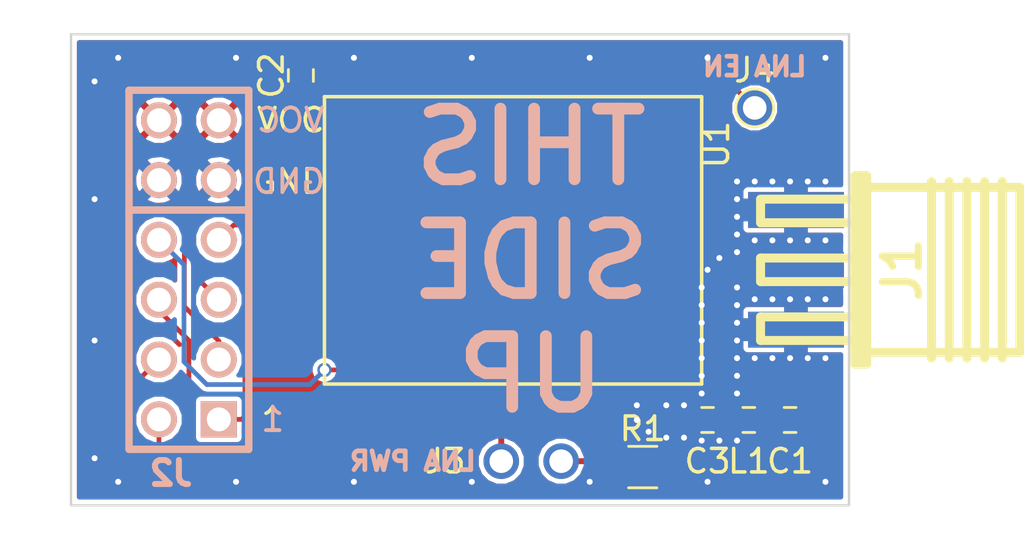
<source format=kicad_pcb>
(kicad_pcb (version 4) (host pcbnew 4.0.7)

  (general
    (links 105)
    (no_connects 3)
    (area 124.949999 94.949999 158.050001 115.050001)
    (thickness 1.6)
    (drawings 7)
    (tracks 89)
    (zones 0)
    (modules 79)
    (nets 20)
  )

  (page A4)
  (layers
    (0 F.Cu signal)
    (31 B.Cu signal)
    (32 B.Adhes user)
    (33 F.Adhes user)
    (34 B.Paste user)
    (35 F.Paste user)
    (36 B.SilkS user)
    (37 F.SilkS user)
    (38 B.Mask user)
    (39 F.Mask user)
    (40 Dwgs.User user)
    (41 Cmts.User user)
    (42 Eco1.User user)
    (43 Eco2.User user)
    (44 Edge.Cuts user)
    (45 Margin user)
    (46 B.CrtYd user)
    (47 F.CrtYd user)
    (48 B.Fab user)
    (49 F.Fab user hide)
  )

  (setup
    (last_trace_width 0.2)
    (user_trace_width 0.127)
    (user_trace_width 0.1524)
    (user_trace_width 0.2)
    (user_trace_width 0.25)
    (user_trace_width 0.5)
    (trace_clearance 0.2)
    (zone_clearance 0.2)
    (zone_45_only no)
    (trace_min 0.126)
    (segment_width 0.2)
    (edge_width 0.1)
    (via_size 0.6)
    (via_drill 0.4)
    (via_min_size 0.3555)
    (via_min_drill 0.253)
    (user_via 0.3556 0.254)
    (user_via 0.381 0.254)
    (uvia_size 0.3)
    (uvia_drill 0.1)
    (uvias_allowed no)
    (uvia_min_size 0.2)
    (uvia_min_drill 0.1)
    (pcb_text_width 0.3)
    (pcb_text_size 1.5 1.5)
    (mod_edge_width 0.15)
    (mod_text_size 1 1)
    (mod_text_width 0.15)
    (pad_size 1.51 1.51)
    (pad_drill 1)
    (pad_to_mask_clearance 0)
    (aux_axis_origin 0 0)
    (visible_elements FFFFFF7F)
    (pcbplotparams
      (layerselection 0x00030_80000001)
      (usegerberextensions false)
      (excludeedgelayer true)
      (linewidth 0.100000)
      (plotframeref false)
      (viasonmask false)
      (mode 1)
      (useauxorigin false)
      (hpglpennumber 1)
      (hpglpenspeed 20)
      (hpglpendiameter 15)
      (hpglpenoverlay 2)
      (psnegative false)
      (psa4output false)
      (plotreference true)
      (plotvalue true)
      (plotinvisibletext false)
      (padsonsilk false)
      (subtractmaskfromsilk false)
      (outputformat 1)
      (mirror false)
      (drillshape 1)
      (scaleselection 1)
      (outputdirectory ""))
  )

  (net 0 "")
  (net 1 "Net-(C1-Pad1)")
  (net 2 GND)
  (net 3 CS)
  (net 4 INT)
  (net 5 MOSI)
  (net 6 RST)
  (net 7 MISO)
  (net 8 CLK)
  (net 9 VCC)
  (net 10 "Net-(U1-Pad5)")
  (net 11 "Net-(U1-Pad6)")
  (net 12 "Net-(U1-Pad15)")
  (net 13 TP)
  (net 14 SB)
  (net 15 "Net-(C3-Pad1)")
  (net 16 "Net-(C3-Pad2)")
  (net 17 "Net-(J3-Pad1)")
  (net 18 "Net-(J3-Pad2)")
  (net 19 "Net-(J4-Pad1)")

  (net_class Default "This is the default net class."
    (clearance 0.2)
    (trace_width 0.2)
    (via_dia 0.6)
    (via_drill 0.4)
    (uvia_dia 0.3)
    (uvia_drill 0.1)
    (add_net CLK)
    (add_net CS)
    (add_net GND)
    (add_net INT)
    (add_net MISO)
    (add_net MOSI)
    (add_net "Net-(C1-Pad1)")
    (add_net "Net-(C3-Pad1)")
    (add_net "Net-(C3-Pad2)")
    (add_net "Net-(J3-Pad1)")
    (add_net "Net-(J3-Pad2)")
    (add_net "Net-(J4-Pad1)")
    (add_net "Net-(U1-Pad15)")
    (add_net "Net-(U1-Pad5)")
    (add_net "Net-(U1-Pad6)")
    (add_net RST)
    (add_net SB)
    (add_net TP)
    (add_net VCC)
  )

  (net_class 10mil ""
    (clearance 0.254)
    (trace_width 0.2)
    (via_dia 0.6)
    (via_drill 0.4)
    (uvia_dia 0.3)
    (uvia_drill 0.1)
  )

  (net_class OSH-2layer ""
    (clearance 0.1524)
    (trace_width 0.1524)
    (via_dia 0.381)
    (via_drill 0.254)
    (uvia_dia 0.3)
    (uvia_drill 0.1)
  )

  (net_class OSH-4layer ""
    (clearance 0.127)
    (trace_width 0.127)
    (via_dia 0.3556)
    (via_drill 0.254)
    (uvia_dia 0.3)
    (uvia_drill 0.1)
  )

  (module Resistors_SMD:R_0402 (layer F.Cu) (tedit 58E0A804) (tstamp 5AC6A955)
    (at 152 111.375 180)
    (descr "Resistor SMD 0402, reflow soldering, Vishay (see dcrcw.pdf)")
    (tags "resistor 0402")
    (path /5AC6A8E6)
    (attr smd)
    (fp_text reference C3 (at 0 -1.75 180) (layer F.SilkS)
      (effects (font (size 1 1) (thickness 0.15)))
    )
    (fp_text value 47pF (at 0 1.45 180) (layer F.Fab)
      (effects (font (size 1 1) (thickness 0.15)))
    )
    (fp_text user %R (at 0 -1.35 180) (layer F.Fab)
      (effects (font (size 1 1) (thickness 0.15)))
    )
    (fp_line (start -0.5 0.25) (end -0.5 -0.25) (layer F.Fab) (width 0.1))
    (fp_line (start 0.5 0.25) (end -0.5 0.25) (layer F.Fab) (width 0.1))
    (fp_line (start 0.5 -0.25) (end 0.5 0.25) (layer F.Fab) (width 0.1))
    (fp_line (start -0.5 -0.25) (end 0.5 -0.25) (layer F.Fab) (width 0.1))
    (fp_line (start 0.25 -0.53) (end -0.25 -0.53) (layer F.SilkS) (width 0.12))
    (fp_line (start -0.25 0.53) (end 0.25 0.53) (layer F.SilkS) (width 0.12))
    (fp_line (start -0.8 -0.45) (end 0.8 -0.45) (layer F.CrtYd) (width 0.05))
    (fp_line (start -0.8 -0.45) (end -0.8 0.45) (layer F.CrtYd) (width 0.05))
    (fp_line (start 0.8 0.45) (end 0.8 -0.45) (layer F.CrtYd) (width 0.05))
    (fp_line (start 0.8 0.45) (end -0.8 0.45) (layer F.CrtYd) (width 0.05))
    (pad 1 smd rect (at -0.45 0 180) (size 0.4 0.6) (layers F.Cu F.Paste F.Mask)
      (net 15 "Net-(C3-Pad1)"))
    (pad 2 smd rect (at 0.45 0 180) (size 0.4 0.6) (layers F.Cu F.Paste F.Mask)
      (net 16 "Net-(C3-Pad2)"))
    (model ${KISYS3DMOD}/Resistors_SMD.3dshapes/R_0402.wrl
      (at (xyz 0 0 0))
      (scale (xyz 1 1 1))
      (rotate (xyz 0 0 0))
    )
  )

  (module footprints:Via (layer F.Cu) (tedit 5AC4AAC3) (tstamp 5AC6B016)
    (at 149.5 111.875 90)
    (fp_text reference REF** (at 0 1.0668 90) (layer Dwgs.User) hide
      (effects (font (size 1 1) (thickness 0.15)))
    )
    (fp_text value Via (at 0.0508 -1.1684 90) (layer Dwgs.User) hide
      (effects (font (size 1 1) (thickness 0.15)))
    )
    (pad 1 thru_hole circle (at 0 0 90) (size 0.508 0.508) (drill 0.254) (layers *.Cu)
      (net 2 GND) (zone_connect 2))
  )

  (module footprints:Via (layer F.Cu) (tedit 5AC4AAC3) (tstamp 5AC6B012)
    (at 149 111.375 90)
    (fp_text reference REF** (at 0 1.0668 90) (layer Dwgs.User) hide
      (effects (font (size 1 1) (thickness 0.15)))
    )
    (fp_text value Via (at 0.0508 -1.1684 90) (layer Dwgs.User) hide
      (effects (font (size 1 1) (thickness 0.15)))
    )
    (pad 1 thru_hole circle (at 0 0 90) (size 0.508 0.508) (drill 0.254) (layers *.Cu)
      (net 2 GND) (zone_connect 2))
  )

  (module footprints:Via (layer F.Cu) (tedit 5AC4AAC3) (tstamp 5AC6B00E)
    (at 149 110.75 90)
    (fp_text reference REF** (at 0 1.0668 90) (layer Dwgs.User) hide
      (effects (font (size 1 1) (thickness 0.15)))
    )
    (fp_text value Via (at 0.0508 -1.1684 90) (layer Dwgs.User) hide
      (effects (font (size 1 1) (thickness 0.15)))
    )
    (pad 1 thru_hole circle (at 0 0 90) (size 0.508 0.508) (drill 0.254) (layers *.Cu)
      (net 2 GND) (zone_connect 2))
  )

  (module footprints:Via (layer F.Cu) (tedit 5AC4AAC3) (tstamp 5AC6AE09)
    (at 153.25 112.25 90)
    (fp_text reference REF** (at 0 1.0668 90) (layer Dwgs.User) hide
      (effects (font (size 1 1) (thickness 0.15)))
    )
    (fp_text value Via (at 0.0508 -1.1684 90) (layer Dwgs.User) hide
      (effects (font (size 1 1) (thickness 0.15)))
    )
    (pad 1 thru_hole circle (at 0 0 90) (size 0.508 0.508) (drill 0.254) (layers *.Cu)
      (net 2 GND) (zone_connect 2))
  )

  (module footprints:Via (layer F.Cu) (tedit 5AC4AAC3) (tstamp 5AC6AE05)
    (at 152.5 112.25 90)
    (fp_text reference REF** (at 0 1.0668 90) (layer Dwgs.User) hide
      (effects (font (size 1 1) (thickness 0.15)))
    )
    (fp_text value Via (at 0.0508 -1.1684 90) (layer Dwgs.User) hide
      (effects (font (size 1 1) (thickness 0.15)))
    )
    (pad 1 thru_hole circle (at 0 0 90) (size 0.508 0.508) (drill 0.254) (layers *.Cu)
      (net 2 GND) (zone_connect 2))
  )

  (module footprints:Via (layer F.Cu) (tedit 5AC4AAC3) (tstamp 5AC6AE01)
    (at 151.75 112.25 90)
    (fp_text reference REF** (at 0 1.0668 90) (layer Dwgs.User) hide
      (effects (font (size 1 1) (thickness 0.15)))
    )
    (fp_text value Via (at 0.0508 -1.1684 90) (layer Dwgs.User) hide
      (effects (font (size 1 1) (thickness 0.15)))
    )
    (pad 1 thru_hole circle (at 0 0 90) (size 0.508 0.508) (drill 0.254) (layers *.Cu)
      (net 2 GND) (zone_connect 2))
  )

  (module footprints:Via (layer F.Cu) (tedit 5AC4AAC3) (tstamp 5AC6ADFD)
    (at 151 112.125 90)
    (fp_text reference REF** (at 0 1.0668 90) (layer Dwgs.User) hide
      (effects (font (size 1 1) (thickness 0.15)))
    )
    (fp_text value Via (at 0.0508 -1.1684 90) (layer Dwgs.User) hide
      (effects (font (size 1 1) (thickness 0.15)))
    )
    (pad 1 thru_hole circle (at 0 0 90) (size 0.508 0.508) (drill 0.254) (layers *.Cu)
      (net 2 GND) (zone_connect 2))
  )

  (module footprints:Via (layer F.Cu) (tedit 5AC4AAC3) (tstamp 5AC6ADF9)
    (at 150.25 112.125 90)
    (fp_text reference REF** (at 0 1.0668 90) (layer Dwgs.User) hide
      (effects (font (size 1 1) (thickness 0.15)))
    )
    (fp_text value Via (at 0.0508 -1.1684 90) (layer Dwgs.User) hide
      (effects (font (size 1 1) (thickness 0.15)))
    )
    (pad 1 thru_hole circle (at 0 0 90) (size 0.508 0.508) (drill 0.254) (layers *.Cu)
      (net 2 GND) (zone_connect 2))
  )

  (module footprints:Via (layer F.Cu) (tedit 5AC4AAC3) (tstamp 5AC6ADF5)
    (at 150.25 110.75 90)
    (fp_text reference REF** (at 0 1.0668 90) (layer Dwgs.User) hide
      (effects (font (size 1 1) (thickness 0.15)))
    )
    (fp_text value Via (at 0.0508 -1.1684 90) (layer Dwgs.User) hide
      (effects (font (size 1 1) (thickness 0.15)))
    )
    (pad 1 thru_hole circle (at 0 0 90) (size 0.508 0.508) (drill 0.254) (layers *.Cu)
      (net 2 GND) (zone_connect 2))
  )

  (module footprints:Via (layer F.Cu) (tedit 5AC4AAC3) (tstamp 5AC6ADF1)
    (at 151 110.75 90)
    (fp_text reference REF** (at 0 1.0668 90) (layer Dwgs.User) hide
      (effects (font (size 1 1) (thickness 0.15)))
    )
    (fp_text value Via (at 0.0508 -1.1684 90) (layer Dwgs.User) hide
      (effects (font (size 1 1) (thickness 0.15)))
    )
    (pad 1 thru_hole circle (at 0 0 90) (size 0.508 0.508) (drill 0.254) (layers *.Cu)
      (net 2 GND) (zone_connect 2))
  )

  (module footprints:Via (layer F.Cu) (tedit 5AC4AAC3) (tstamp 5AC6ADED)
    (at 153.25 110.25 90)
    (fp_text reference REF** (at 0 1.0668 90) (layer Dwgs.User) hide
      (effects (font (size 1 1) (thickness 0.15)))
    )
    (fp_text value Via (at 0.0508 -1.1684 90) (layer Dwgs.User) hide
      (effects (font (size 1 1) (thickness 0.15)))
    )
    (pad 1 thru_hole circle (at 0 0 90) (size 0.508 0.508) (drill 0.254) (layers *.Cu)
      (net 2 GND) (zone_connect 2))
  )

  (module footprints:Via (layer F.Cu) (tedit 5AC4AAC3) (tstamp 5AC6ADE9)
    (at 153.25 109.5 90)
    (fp_text reference REF** (at 0 1.0668 90) (layer Dwgs.User) hide
      (effects (font (size 1 1) (thickness 0.15)))
    )
    (fp_text value Via (at 0.0508 -1.1684 90) (layer Dwgs.User) hide
      (effects (font (size 1 1) (thickness 0.15)))
    )
    (pad 1 thru_hole circle (at 0 0 90) (size 0.508 0.508) (drill 0.254) (layers *.Cu)
      (net 2 GND) (zone_connect 2))
  )

  (module footprints:Via (layer F.Cu) (tedit 5AC4AAC3) (tstamp 5AC6ADE5)
    (at 153.25 105.75 90)
    (fp_text reference REF** (at 0 1.0668 90) (layer Dwgs.User) hide
      (effects (font (size 1 1) (thickness 0.15)))
    )
    (fp_text value Via (at 0.0508 -1.1684 90) (layer Dwgs.User) hide
      (effects (font (size 1 1) (thickness 0.15)))
    )
    (pad 1 thru_hole circle (at 0 0 90) (size 0.508 0.508) (drill 0.254) (layers *.Cu)
      (net 2 GND) (zone_connect 2))
  )

  (module footprints:Via (layer F.Cu) (tedit 5AC4AAC3) (tstamp 5AC6ADCC)
    (at 153.25 104.25 90)
    (fp_text reference REF** (at 0 1.0668 90) (layer Dwgs.User) hide
      (effects (font (size 1 1) (thickness 0.15)))
    )
    (fp_text value Via (at 0.0508 -1.1684 90) (layer Dwgs.User) hide
      (effects (font (size 1 1) (thickness 0.15)))
    )
    (pad 1 thru_hole circle (at 0 0 90) (size 0.508 0.508) (drill 0.254) (layers *.Cu)
      (net 2 GND) (zone_connect 2))
  )

  (module footprints:Via (layer F.Cu) (tedit 5AC4AAC3) (tstamp 5AC6ADAD)
    (at 151.75 106.5 90)
    (fp_text reference REF** (at 0 1.0668 90) (layer Dwgs.User) hide
      (effects (font (size 1 1) (thickness 0.15)))
    )
    (fp_text value Via (at 0.0508 -1.1684 90) (layer Dwgs.User) hide
      (effects (font (size 1 1) (thickness 0.15)))
    )
    (pad 1 thru_hole circle (at 0 0 90) (size 0.508 0.508) (drill 0.254) (layers *.Cu)
      (net 2 GND) (zone_connect 2))
  )

  (module footprints:Via (layer F.Cu) (tedit 5AC4AAC3) (tstamp 5AC6ADA9)
    (at 152 105 90)
    (fp_text reference REF** (at 0 1.0668 90) (layer Dwgs.User) hide
      (effects (font (size 1 1) (thickness 0.15)))
    )
    (fp_text value Via (at 0.0508 -1.1684 90) (layer Dwgs.User) hide
      (effects (font (size 1 1) (thickness 0.15)))
    )
    (pad 1 thru_hole circle (at 0 0 90) (size 0.508 0.508) (drill 0.254) (layers *.Cu)
      (net 2 GND) (zone_connect 2))
  )

  (module footprints:Via (layer F.Cu) (tedit 5AC4AAC3) (tstamp 5AC6ADA5)
    (at 151.75 105.75 90)
    (fp_text reference REF** (at 0 1.0668 90) (layer Dwgs.User) hide
      (effects (font (size 1 1) (thickness 0.15)))
    )
    (fp_text value Via (at 0.0508 -1.1684 90) (layer Dwgs.User) hide
      (effects (font (size 1 1) (thickness 0.15)))
    )
    (pad 1 thru_hole circle (at 0 0 90) (size 0.508 0.508) (drill 0.254) (layers *.Cu)
      (net 2 GND) (zone_connect 2))
  )

  (module footprints:Via (layer F.Cu) (tedit 5AC4AAC3) (tstamp 5AC6AD9D)
    (at 152.5 104.5 90)
    (fp_text reference REF** (at 0 1.0668 90) (layer Dwgs.User) hide
      (effects (font (size 1 1) (thickness 0.15)))
    )
    (fp_text value Via (at 0.0508 -1.1684 90) (layer Dwgs.User) hide
      (effects (font (size 1 1) (thickness 0.15)))
    )
    (pad 1 thru_hole circle (at 0 0 90) (size 0.508 0.508) (drill 0.254) (layers *.Cu)
      (net 2 GND) (zone_connect 2))
  )

  (module footprints:Via (layer F.Cu) (tedit 5AC4AAC3) (tstamp 5AC6AD99)
    (at 151.75 110.25 90)
    (fp_text reference REF** (at 0 1.0668 90) (layer Dwgs.User) hide
      (effects (font (size 1 1) (thickness 0.15)))
    )
    (fp_text value Via (at 0.0508 -1.1684 90) (layer Dwgs.User) hide
      (effects (font (size 1 1) (thickness 0.15)))
    )
    (pad 1 thru_hole circle (at 0 0 90) (size 0.508 0.508) (drill 0.254) (layers *.Cu)
      (net 2 GND) (zone_connect 2))
  )

  (module footprints:Via (layer F.Cu) (tedit 5AC4AAC3) (tstamp 5AC6AD95)
    (at 151.75 108 90)
    (fp_text reference REF** (at 0 1.0668 90) (layer Dwgs.User) hide
      (effects (font (size 1 1) (thickness 0.15)))
    )
    (fp_text value Via (at 0.0508 -1.1684 90) (layer Dwgs.User) hide
      (effects (font (size 1 1) (thickness 0.15)))
    )
    (pad 1 thru_hole circle (at 0 0 90) (size 0.508 0.508) (drill 0.254) (layers *.Cu)
      (net 2 GND) (zone_connect 2))
  )

  (module footprints:Via (layer F.Cu) (tedit 5AC4AAC3) (tstamp 5AC6AD91)
    (at 151.75 109.5 90)
    (fp_text reference REF** (at 0 1.0668 90) (layer Dwgs.User) hide
      (effects (font (size 1 1) (thickness 0.15)))
    )
    (fp_text value Via (at 0.0508 -1.1684 90) (layer Dwgs.User) hide
      (effects (font (size 1 1) (thickness 0.15)))
    )
    (pad 1 thru_hole circle (at 0 0 90) (size 0.508 0.508) (drill 0.254) (layers *.Cu)
      (net 2 GND) (zone_connect 2))
  )

  (module footprints:Via (layer F.Cu) (tedit 5AC4AAC3) (tstamp 5AC6AD8D)
    (at 151.75 108.75 90)
    (fp_text reference REF** (at 0 1.0668 90) (layer Dwgs.User) hide
      (effects (font (size 1 1) (thickness 0.15)))
    )
    (fp_text value Via (at 0.0508 -1.1684 90) (layer Dwgs.User) hide
      (effects (font (size 1 1) (thickness 0.15)))
    )
    (pad 1 thru_hole circle (at 0 0 90) (size 0.508 0.508) (drill 0.254) (layers *.Cu)
      (net 2 GND) (zone_connect 2))
  )

  (module footprints:Via (layer F.Cu) (tedit 5AC4AAC3) (tstamp 5AC6AD89)
    (at 151.75 107.25 90)
    (fp_text reference REF** (at 0 1.0668 90) (layer Dwgs.User) hide
      (effects (font (size 1 1) (thickness 0.15)))
    )
    (fp_text value Via (at 0.0508 -1.1684 90) (layer Dwgs.User) hide
      (effects (font (size 1 1) (thickness 0.15)))
    )
    (pad 1 thru_hole circle (at 0 0 90) (size 0.508 0.508) (drill 0.254) (layers *.Cu)
      (net 2 GND) (zone_connect 2))
  )

  (module footprints:NEO-M8 (layer F.Cu) (tedit 5AB9347F) (tstamp 5AC4961A)
    (at 143.75 103.75 270)
    (path /5ABD74FC)
    (fp_text reference U1 (at -4.064 -8.644 270) (layer F.SilkS)
      (effects (font (size 1 1) (thickness 0.15)))
    )
    (fp_text value NEO-M8T (at 0 0 270) (layer F.Fab)
      (effects (font (size 1 1) (thickness 0.15)))
    )
    (fp_line (start -6.1 8) (end -6.1 -8) (layer F.SilkS) (width 0.15))
    (fp_line (start -6.1 8) (end 6.1 8) (layer F.SilkS) (width 0.15))
    (fp_line (start 6.1 8) (end 6.1 -8) (layer F.SilkS) (width 0.15))
    (fp_line (start -6.1 -8) (end 6.1 -8) (layer F.SilkS) (width 0.15))
    (pad 12 smd rect (at 5.6 -7 270) (size 1.8 0.8) (layers F.Cu F.Paste F.Mask)
      (net 2 GND))
    (pad 11 smd rect (at 5.6 -5.9 270) (size 1.8 0.8) (layers F.Cu F.Paste F.Mask)
      (net 16 "Net-(C3-Pad2)"))
    (pad 10 smd rect (at 5.6 -4.8 270) (size 1.8 0.8) (layers F.Cu F.Paste F.Mask)
      (net 2 GND))
    (pad 9 smd rect (at 5.6 -3.7 270) (size 1.8 0.8) (layers F.Cu F.Paste F.Mask)
      (net 17 "Net-(J3-Pad1)"))
    (pad 8 smd rect (at 5.6 -2.6 270) (size 1.8 0.8) (layers F.Cu F.Paste F.Mask)
      (net 6 RST))
    (pad 1 smd rect (at 5.6 7 270) (size 1.8 0.8) (layers F.Cu F.Paste F.Mask)
      (net 14 SB))
    (pad 2 smd rect (at 5.6 5.9 270) (size 1.8 0.8) (layers F.Cu F.Paste F.Mask)
      (net 2 GND))
    (pad 3 smd rect (at 5.6 4.8 270) (size 1.8 0.8) (layers F.Cu F.Paste F.Mask)
      (net 13 TP))
    (pad 4 smd rect (at 5.6 3.7 270) (size 1.8 0.8) (layers F.Cu F.Paste F.Mask)
      (net 4 INT))
    (pad 5 smd rect (at 5.6 2.6 270) (size 1.8 0.8) (layers F.Cu F.Paste F.Mask)
      (net 10 "Net-(U1-Pad5)"))
    (pad 7 smd rect (at 5.6 0.4 270) (size 1.8 0.8) (layers F.Cu F.Paste F.Mask)
      (net 2 GND))
    (pad 6 smd rect (at 5.6 1.5 270) (size 1.8 0.8) (layers F.Cu F.Paste F.Mask)
      (net 11 "Net-(U1-Pad6)"))
    (pad 19 smd rect (at -5.6 1.5 270) (size 1.8 0.8) (layers F.Cu F.Paste F.Mask)
      (net 8 CLK))
    (pad 18 smd rect (at -5.6 0.4 270) (size 1.8 0.8) (layers F.Cu F.Paste F.Mask)
      (net 3 CS))
    (pad 20 smd rect (at -5.6 2.6 270) (size 1.8 0.8) (layers F.Cu F.Paste F.Mask)
      (net 7 MISO))
    (pad 21 smd rect (at -5.6 3.7 270) (size 1.8 0.8) (layers F.Cu F.Paste F.Mask)
      (net 5 MOSI))
    (pad 22 smd rect (at -5.6 4.8 270) (size 1.8 0.8) (layers F.Cu F.Paste F.Mask)
      (net 9 VCC))
    (pad 23 smd rect (at -5.6 5.9 270) (size 1.8 0.8) (layers F.Cu F.Paste F.Mask)
      (net 9 VCC))
    (pad 24 smd rect (at -5.6 7 270) (size 1.8 0.8) (layers F.Cu F.Paste F.Mask)
      (net 2 GND))
    (pad 17 smd rect (at -5.6 -2.6 270) (size 1.8 0.8) (layers F.Cu F.Paste F.Mask))
    (pad 16 smd rect (at -5.6 -3.7 270) (size 1.8 0.8) (layers F.Cu F.Paste F.Mask))
    (pad 15 smd rect (at -5.6 -4.8 270) (size 1.8 0.8) (layers F.Cu F.Paste F.Mask)
      (net 12 "Net-(U1-Pad15)"))
    (pad 14 smd rect (at -5.6 -5.9 270) (size 1.8 0.8) (layers F.Cu F.Paste F.Mask)
      (net 19 "Net-(J4-Pad1)"))
    (pad 13 smd rect (at -5.6 -7 270) (size 1.8 0.8) (layers F.Cu F.Paste F.Mask)
      (net 2 GND))
  )

  (module Inductors_SMD:L_0402 (layer F.Cu) (tedit 59912B76) (tstamp 5AC4BACD)
    (at 153.75 111.375)
    (descr "Resistor SMD 0402, reflow soldering, Vishay (see dcrcw.pdf)")
    (tags "resistor 0402")
    (path /5AC4A04F)
    (attr smd)
    (fp_text reference L1 (at 0 1.75) (layer F.SilkS)
      (effects (font (size 1 1) (thickness 0.15)))
    )
    (fp_text value 27nH (at 0 1.8) (layer F.Fab)
      (effects (font (size 1 1) (thickness 0.15)))
    )
    (fp_text user %R (at 0 0) (layer F.Fab)
      (effects (font (size 0.2 0.2) (thickness 0.03)))
    )
    (fp_line (start -0.5 0.25) (end -0.5 -0.25) (layer F.Fab) (width 0.1))
    (fp_line (start 0.5 0.25) (end -0.5 0.25) (layer F.Fab) (width 0.1))
    (fp_line (start 0.5 -0.25) (end 0.5 0.25) (layer F.Fab) (width 0.1))
    (fp_line (start -0.5 -0.25) (end 0.5 -0.25) (layer F.Fab) (width 0.1))
    (fp_line (start -0.95 -0.65) (end 0.95 -0.65) (layer F.CrtYd) (width 0.05))
    (fp_line (start -0.95 0.65) (end 0.95 0.65) (layer F.CrtYd) (width 0.05))
    (fp_line (start -0.95 -0.65) (end -0.95 0.65) (layer F.CrtYd) (width 0.05))
    (fp_line (start 0.95 -0.65) (end 0.95 0.65) (layer F.CrtYd) (width 0.05))
    (fp_line (start 0.25 -0.53) (end -0.25 -0.53) (layer F.SilkS) (width 0.12))
    (fp_line (start -0.25 0.53) (end 0.25 0.53) (layer F.SilkS) (width 0.12))
    (pad 1 smd rect (at -0.45 0) (size 0.4 0.6) (layers F.Cu F.Paste F.Mask)
      (net 15 "Net-(C3-Pad1)"))
    (pad 2 smd rect (at 0.45 0) (size 0.4 0.6) (layers F.Cu F.Paste F.Mask)
      (net 1 "Net-(C1-Pad1)"))
    (model ${KISYS3DMOD}/Inductors_SMD.3dshapes/L_0402.wrl
      (at (xyz 0 0 0))
      (scale (xyz 1 1 1))
      (rotate (xyz 0 0 0))
    )
  )

  (module footprints:Via (layer F.Cu) (tedit 5AC4AAC3) (tstamp 5AC69EAE)
    (at 153.25 107.25 90)
    (fp_text reference REF** (at 0 1.0668 90) (layer Dwgs.User) hide
      (effects (font (size 1 1) (thickness 0.15)))
    )
    (fp_text value Via (at 0.0508 -1.1684 90) (layer Dwgs.User) hide
      (effects (font (size 1 1) (thickness 0.15)))
    )
    (pad 1 thru_hole circle (at 0 0 90) (size 0.508 0.508) (drill 0.254) (layers *.Cu)
      (net 2 GND) (zone_connect 2))
  )

  (module footprints:Via (layer F.Cu) (tedit 5AC4AAC3) (tstamp 5AC69EAA)
    (at 153.25 106.5 90)
    (fp_text reference REF** (at 0 1.0668 90) (layer Dwgs.User) hide
      (effects (font (size 1 1) (thickness 0.15)))
    )
    (fp_text value Via (at 0.0508 -1.1684 90) (layer Dwgs.User) hide
      (effects (font (size 1 1) (thickness 0.15)))
    )
    (pad 1 thru_hole circle (at 0 0 90) (size 0.508 0.508) (drill 0.254) (layers *.Cu)
      (net 2 GND) (zone_connect 2))
  )

  (module footprints:Via (layer F.Cu) (tedit 5AC4AAC3) (tstamp 5AC69EA6)
    (at 153.25 108.75 90)
    (fp_text reference REF** (at 0 1.0668 90) (layer Dwgs.User) hide
      (effects (font (size 1 1) (thickness 0.15)))
    )
    (fp_text value Via (at 0.0508 -1.1684 90) (layer Dwgs.User) hide
      (effects (font (size 1 1) (thickness 0.15)))
    )
    (pad 1 thru_hole circle (at 0 0 90) (size 0.508 0.508) (drill 0.254) (layers *.Cu)
      (net 2 GND) (zone_connect 2))
  )

  (module footprints:Via (layer F.Cu) (tedit 5AC4AAC3) (tstamp 5AC69EA2)
    (at 153.25 108 90)
    (fp_text reference REF** (at 0 1.0668 90) (layer Dwgs.User) hide
      (effects (font (size 1 1) (thickness 0.15)))
    )
    (fp_text value Via (at 0.0508 -1.1684 90) (layer Dwgs.User) hide
      (effects (font (size 1 1) (thickness 0.15)))
    )
    (pad 1 thru_hole circle (at 0 0 90) (size 0.508 0.508) (drill 0.254) (layers *.Cu)
      (net 2 GND) (zone_connect 2))
  )

  (module footprints:Via (layer F.Cu) (tedit 5AC4AAC3) (tstamp 5AC69E11)
    (at 153.25 103.5 90)
    (fp_text reference REF** (at 0 1.0668 90) (layer Dwgs.User) hide
      (effects (font (size 1 1) (thickness 0.15)))
    )
    (fp_text value Via (at 0.0508 -1.1684 90) (layer Dwgs.User) hide
      (effects (font (size 1 1) (thickness 0.15)))
    )
    (pad 1 thru_hole circle (at 0 0 90) (size 0.508 0.508) (drill 0.254) (layers *.Cu)
      (net 2 GND) (zone_connect 2))
  )

  (module footprints:Via (layer F.Cu) (tedit 5AC4AAC3) (tstamp 5AC69E0D)
    (at 153.25 101.25 90)
    (fp_text reference REF** (at 0 1.0668 90) (layer Dwgs.User) hide
      (effects (font (size 1 1) (thickness 0.15)))
    )
    (fp_text value Via (at 0.0508 -1.1684 90) (layer Dwgs.User) hide
      (effects (font (size 1 1) (thickness 0.15)))
    )
    (pad 1 thru_hole circle (at 0 0 90) (size 0.508 0.508) (drill 0.254) (layers *.Cu)
      (net 2 GND) (zone_connect 2))
  )

  (module footprints:Via (layer F.Cu) (tedit 5AC4AAC3) (tstamp 5AC69E09)
    (at 153.25 102.75 90)
    (fp_text reference REF** (at 0 1.0668 90) (layer Dwgs.User) hide
      (effects (font (size 1 1) (thickness 0.15)))
    )
    (fp_text value Via (at 0.0508 -1.1684 90) (layer Dwgs.User) hide
      (effects (font (size 1 1) (thickness 0.15)))
    )
    (pad 1 thru_hole circle (at 0 0 90) (size 0.508 0.508) (drill 0.254) (layers *.Cu)
      (net 2 GND) (zone_connect 2))
  )

  (module footprints:Via (layer F.Cu) (tedit 5AC4AAC3) (tstamp 5AC69E05)
    (at 153.25 102 90)
    (fp_text reference REF** (at 0 1.0668 90) (layer Dwgs.User) hide
      (effects (font (size 1 1) (thickness 0.15)))
    )
    (fp_text value Via (at 0.0508 -1.1684 90) (layer Dwgs.User) hide
      (effects (font (size 1 1) (thickness 0.15)))
    )
    (pad 1 thru_hole circle (at 0 0 90) (size 0.508 0.508) (drill 0.254) (layers *.Cu)
      (net 2 GND) (zone_connect 2))
  )

  (module footprints:Via (layer F.Cu) (tedit 5AC4AAC3) (tstamp 5AC57FF8)
    (at 157 106.25)
    (fp_text reference REF** (at 0 1.0668) (layer Dwgs.User) hide
      (effects (font (size 1 1) (thickness 0.15)))
    )
    (fp_text value Via (at 0.0508 -1.1684) (layer Dwgs.User) hide
      (effects (font (size 1 1) (thickness 0.15)))
    )
    (pad 1 thru_hole circle (at 0 0) (size 0.508 0.508) (drill 0.254) (layers *.Cu)
      (net 2 GND) (zone_connect 2))
  )

  (module footprints:Via (layer F.Cu) (tedit 5AC4AAC3) (tstamp 5AC57FF4)
    (at 154.75 106.25)
    (fp_text reference REF** (at 0 1.0668) (layer Dwgs.User) hide
      (effects (font (size 1 1) (thickness 0.15)))
    )
    (fp_text value Via (at 0.0508 -1.1684) (layer Dwgs.User) hide
      (effects (font (size 1 1) (thickness 0.15)))
    )
    (pad 1 thru_hole circle (at 0 0) (size 0.508 0.508) (drill 0.254) (layers *.Cu)
      (net 2 GND) (zone_connect 2))
  )

  (module footprints:Via (layer F.Cu) (tedit 5AC4AAC3) (tstamp 5AC57FF0)
    (at 155.5 106.25)
    (fp_text reference REF** (at 0 1.0668) (layer Dwgs.User) hide
      (effects (font (size 1 1) (thickness 0.15)))
    )
    (fp_text value Via (at 0.0508 -1.1684) (layer Dwgs.User) hide
      (effects (font (size 1 1) (thickness 0.15)))
    )
    (pad 1 thru_hole circle (at 0 0) (size 0.508 0.508) (drill 0.254) (layers *.Cu)
      (net 2 GND) (zone_connect 2))
  )

  (module footprints:Via (layer F.Cu) (tedit 5AC4AAC3) (tstamp 5AC57FEC)
    (at 154 106.25)
    (fp_text reference REF** (at 0 1.0668) (layer Dwgs.User) hide
      (effects (font (size 1 1) (thickness 0.15)))
    )
    (fp_text value Via (at 0.0508 -1.1684) (layer Dwgs.User) hide
      (effects (font (size 1 1) (thickness 0.15)))
    )
    (pad 1 thru_hole circle (at 0 0) (size 0.508 0.508) (drill 0.254) (layers *.Cu)
      (net 2 GND) (zone_connect 2))
  )

  (module footprints:Via (layer F.Cu) (tedit 5AC4AAC3) (tstamp 5AC57FE8)
    (at 156.25 106.25)
    (fp_text reference REF** (at 0 1.0668) (layer Dwgs.User) hide
      (effects (font (size 1 1) (thickness 0.15)))
    )
    (fp_text value Via (at 0.0508 -1.1684) (layer Dwgs.User) hide
      (effects (font (size 1 1) (thickness 0.15)))
    )
    (pad 1 thru_hole circle (at 0 0) (size 0.508 0.508) (drill 0.254) (layers *.Cu)
      (net 2 GND) (zone_connect 2))
  )

  (module footprints:Via (layer F.Cu) (tedit 5AC4AAC3) (tstamp 5AC57FE4)
    (at 157 103.75)
    (fp_text reference REF** (at 0 1.0668) (layer Dwgs.User) hide
      (effects (font (size 1 1) (thickness 0.15)))
    )
    (fp_text value Via (at 0.0508 -1.1684) (layer Dwgs.User) hide
      (effects (font (size 1 1) (thickness 0.15)))
    )
    (pad 1 thru_hole circle (at 0 0) (size 0.508 0.508) (drill 0.254) (layers *.Cu)
      (net 2 GND) (zone_connect 2))
  )

  (module footprints:Via (layer F.Cu) (tedit 5AC4AAC3) (tstamp 5AC57FE0)
    (at 154.75 103.75)
    (fp_text reference REF** (at 0 1.0668) (layer Dwgs.User) hide
      (effects (font (size 1 1) (thickness 0.15)))
    )
    (fp_text value Via (at 0.0508 -1.1684) (layer Dwgs.User) hide
      (effects (font (size 1 1) (thickness 0.15)))
    )
    (pad 1 thru_hole circle (at 0 0) (size 0.508 0.508) (drill 0.254) (layers *.Cu)
      (net 2 GND) (zone_connect 2))
  )

  (module footprints:Via (layer F.Cu) (tedit 5AC4AAC3) (tstamp 5AC57FDC)
    (at 155.5 103.75)
    (fp_text reference REF** (at 0 1.0668) (layer Dwgs.User) hide
      (effects (font (size 1 1) (thickness 0.15)))
    )
    (fp_text value Via (at 0.0508 -1.1684) (layer Dwgs.User) hide
      (effects (font (size 1 1) (thickness 0.15)))
    )
    (pad 1 thru_hole circle (at 0 0) (size 0.508 0.508) (drill 0.254) (layers *.Cu)
      (net 2 GND) (zone_connect 2))
  )

  (module footprints:Via (layer F.Cu) (tedit 5AC4AAC3) (tstamp 5AC57FD8)
    (at 154 103.75)
    (fp_text reference REF** (at 0 1.0668) (layer Dwgs.User) hide
      (effects (font (size 1 1) (thickness 0.15)))
    )
    (fp_text value Via (at 0.0508 -1.1684) (layer Dwgs.User) hide
      (effects (font (size 1 1) (thickness 0.15)))
    )
    (pad 1 thru_hole circle (at 0 0) (size 0.508 0.508) (drill 0.254) (layers *.Cu)
      (net 2 GND) (zone_connect 2))
  )

  (module footprints:Via (layer F.Cu) (tedit 5AC4AAC3) (tstamp 5AC57FD4)
    (at 156.25 103.75)
    (fp_text reference REF** (at 0 1.0668) (layer Dwgs.User) hide
      (effects (font (size 1 1) (thickness 0.15)))
    )
    (fp_text value Via (at 0.0508 -1.1684) (layer Dwgs.User) hide
      (effects (font (size 1 1) (thickness 0.15)))
    )
    (pad 1 thru_hole circle (at 0 0) (size 0.508 0.508) (drill 0.254) (layers *.Cu)
      (net 2 GND) (zone_connect 2))
  )

  (module footprints:Via (layer F.Cu) (tedit 5AC4AAC3) (tstamp 5AC57F47)
    (at 155.5 101.25)
    (fp_text reference REF** (at 0 1.0668) (layer Dwgs.User) hide
      (effects (font (size 1 1) (thickness 0.15)))
    )
    (fp_text value Via (at 0.0508 -1.1684) (layer Dwgs.User) hide
      (effects (font (size 1 1) (thickness 0.15)))
    )
    (pad 1 thru_hole circle (at 0 0) (size 0.508 0.508) (drill 0.254) (layers *.Cu)
      (net 2 GND) (zone_connect 2))
  )

  (module footprints:Via (layer F.Cu) (tedit 5AC4AAC3) (tstamp 5AC57F3F)
    (at 156.25 101.25)
    (fp_text reference REF** (at 0 1.0668) (layer Dwgs.User) hide
      (effects (font (size 1 1) (thickness 0.15)))
    )
    (fp_text value Via (at 0.0508 -1.1684) (layer Dwgs.User) hide
      (effects (font (size 1 1) (thickness 0.15)))
    )
    (pad 1 thru_hole circle (at 0 0) (size 0.508 0.508) (drill 0.254) (layers *.Cu)
      (net 2 GND) (zone_connect 2))
  )

  (module footprints:Via (layer F.Cu) (tedit 5AC4AAC3) (tstamp 5AC57F3B)
    (at 154.75 101.25)
    (fp_text reference REF** (at 0 1.0668) (layer Dwgs.User) hide
      (effects (font (size 1 1) (thickness 0.15)))
    )
    (fp_text value Via (at 0.0508 -1.1684) (layer Dwgs.User) hide
      (effects (font (size 1 1) (thickness 0.15)))
    )
    (pad 1 thru_hole circle (at 0 0) (size 0.508 0.508) (drill 0.254) (layers *.Cu)
      (net 2 GND) (zone_connect 2))
  )

  (module footprints:Via (layer F.Cu) (tedit 5AC4AAC3) (tstamp 5AC57F37)
    (at 157 101.25)
    (fp_text reference REF** (at 0 1.0668) (layer Dwgs.User) hide
      (effects (font (size 1 1) (thickness 0.15)))
    )
    (fp_text value Via (at 0.0508 -1.1684) (layer Dwgs.User) hide
      (effects (font (size 1 1) (thickness 0.15)))
    )
    (pad 1 thru_hole circle (at 0 0) (size 0.508 0.508) (drill 0.254) (layers *.Cu)
      (net 2 GND) (zone_connect 2))
  )

  (module footprints:Via (layer F.Cu) (tedit 5AC4AAC3) (tstamp 5AC57F33)
    (at 154 101.25)
    (fp_text reference REF** (at 0 1.0668) (layer Dwgs.User) hide
      (effects (font (size 1 1) (thickness 0.15)))
    )
    (fp_text value Via (at 0.0508 -1.1684) (layer Dwgs.User) hide
      (effects (font (size 1 1) (thickness 0.15)))
    )
    (pad 1 thru_hole circle (at 0 0) (size 0.508 0.508) (drill 0.254) (layers *.Cu)
      (net 2 GND) (zone_connect 2))
  )

  (module footprints:Via (layer F.Cu) (tedit 5AC4AAC3) (tstamp 5AC57E43)
    (at 157 108.75)
    (fp_text reference REF** (at 0 1.0668) (layer Dwgs.User) hide
      (effects (font (size 1 1) (thickness 0.15)))
    )
    (fp_text value Via (at 0.0508 -1.1684) (layer Dwgs.User) hide
      (effects (font (size 1 1) (thickness 0.15)))
    )
    (pad 1 thru_hole circle (at 0 0) (size 0.508 0.508) (drill 0.254) (layers *.Cu)
      (net 2 GND) (zone_connect 2))
  )

  (module footprints:Via (layer F.Cu) (tedit 5AC4AAC3) (tstamp 5AC57E3F)
    (at 156.25 108.75)
    (fp_text reference REF** (at 0 1.0668) (layer Dwgs.User) hide
      (effects (font (size 1 1) (thickness 0.15)))
    )
    (fp_text value Via (at 0.0508 -1.1684) (layer Dwgs.User) hide
      (effects (font (size 1 1) (thickness 0.15)))
    )
    (pad 1 thru_hole circle (at 0 0) (size 0.508 0.508) (drill 0.254) (layers *.Cu)
      (net 2 GND) (zone_connect 2))
  )

  (module footprints:Via (layer F.Cu) (tedit 5AC4AAC3) (tstamp 5AC57E3B)
    (at 155.5 108.75)
    (fp_text reference REF** (at 0 1.0668) (layer Dwgs.User) hide
      (effects (font (size 1 1) (thickness 0.15)))
    )
    (fp_text value Via (at 0.0508 -1.1684) (layer Dwgs.User) hide
      (effects (font (size 1 1) (thickness 0.15)))
    )
    (pad 1 thru_hole circle (at 0 0) (size 0.508 0.508) (drill 0.254) (layers *.Cu)
      (net 2 GND) (zone_connect 2))
  )

  (module footprints:Via (layer F.Cu) (tedit 5AC4AAC3) (tstamp 5AC57E37)
    (at 154.75 108.75)
    (fp_text reference REF** (at 0 1.0668) (layer Dwgs.User) hide
      (effects (font (size 1 1) (thickness 0.15)))
    )
    (fp_text value Via (at 0.0508 -1.1684) (layer Dwgs.User) hide
      (effects (font (size 1 1) (thickness 0.15)))
    )
    (pad 1 thru_hole circle (at 0 0) (size 0.508 0.508) (drill 0.254) (layers *.Cu)
      (net 2 GND) (zone_connect 2))
  )

  (module footprints:Via (layer F.Cu) (tedit 5AC4AAC3) (tstamp 5AC57E33)
    (at 154 108.75)
    (fp_text reference REF** (at 0 1.0668) (layer Dwgs.User) hide
      (effects (font (size 1 1) (thickness 0.15)))
    )
    (fp_text value Via (at 0.0508 -1.1684) (layer Dwgs.User) hide
      (effects (font (size 1 1) (thickness 0.15)))
    )
    (pad 1 thru_hole circle (at 0 0) (size 0.508 0.508) (drill 0.254) (layers *.Cu)
      (net 2 GND) (zone_connect 2))
  )

  (module pmod-conn_6x2:pmod_pin_array_6x2 (layer B.Cu) (tedit 58033DCE) (tstamp 5AC57394)
    (at 130 105)
    (descr "QMOD Pin Header 2 x 6 pins")
    (tags CONN)
    (path /5AC5767F)
    (fp_text reference J2 (at -0.762 8.636) (layer B.SilkS)
      (effects (font (size 1.016 1.016) (thickness 0.254)) (justify mirror))
    )
    (fp_text value Conn_01x12_Male (at -3.5 0 270) (layer Dwgs.User) hide
      (effects (font (size 1.016 1.016) (thickness 0.2032)))
    )
    (fp_line (start 2.54 -2.54) (end -2.54 -2.54) (layer B.SilkS) (width 0.3048))
    (fp_line (start 2.54 -2.54) (end -2.54 -2.54) (layer F.SilkS) (width 0.3048))
    (fp_text user 1 (at 3.556 6.35) (layer F.SilkS)
      (effects (font (size 1 1) (thickness 0.15)))
    )
    (fp_text user GND (at 4.25 -3.75) (layer F.SilkS)
      (effects (font (size 1 1) (thickness 0.15)))
    )
    (fp_text user VCC (at 4.318 -6.35) (layer F.SilkS)
      (effects (font (size 1 1) (thickness 0.15)))
    )
    (fp_text user VCC (at 4.318 -6.35) (layer B.SilkS)
      (effects (font (size 1 1) (thickness 0.15)) (justify mirror))
    )
    (fp_text user GND (at 4.25 -3.75) (layer B.SilkS)
      (effects (font (size 1 1) (thickness 0.15)) (justify mirror))
    )
    (fp_text user 1 (at 3.556 6.35) (layer B.SilkS)
      (effects (font (size 1 1) (thickness 0.15)) (justify mirror))
    )
    (fp_line (start 2.54 7.62) (end -2.54 7.62) (layer F.SilkS) (width 0.3048))
    (fp_line (start 2.54 -7.62) (end 2.54 7.62) (layer F.SilkS) (width 0.3048))
    (fp_line (start -2.54 -7.62) (end 2.54 -7.62) (layer F.SilkS) (width 0.3048))
    (fp_line (start -2.54 7.62) (end -2.54 -7.62) (layer F.SilkS) (width 0.3048))
    (fp_text user 0.45" (at -7.5 -4.75 270) (layer Dwgs.User)
      (effects (font (size 0.5 0.5) (thickness 0.125)))
    )
    (fp_line (start -6.985 -11.43) (end -6.604 -11.049) (layer Dwgs.User) (width 0.05))
    (fp_line (start -6.985 -11.43) (end -7.366 -11.049) (layer Dwgs.User) (width 0.05))
    (fp_line (start -6.604 -0.381) (end -6.985 0) (layer Dwgs.User) (width 0.05))
    (fp_line (start -6.985 0) (end -7.366 -0.381) (layer Dwgs.User) (width 0.05))
    (fp_line (start -6.985 0) (end -6.985 -11.43) (layer Dwgs.User) (width 0.05))
    (fp_line (start 2.54 11.43) (end 3.175 11.43) (layer Dwgs.User) (width 0.05))
    (fp_line (start 1.27 11.43) (end 1.905 11.43) (layer Dwgs.User) (width 0.05))
    (fp_line (start 1.27 -11.43) (end 1.905 -11.43) (layer Dwgs.User) (width 0.05))
    (fp_line (start 0 -11.43) (end 0.635 -11.43) (layer Dwgs.User) (width 0.05))
    (fp_line (start -1.27 -11.43) (end -0.635 -11.43) (layer Dwgs.User) (width 0.05))
    (fp_line (start -2.54 -11.43) (end -1.905 -11.43) (layer Dwgs.User) (width 0.05))
    (fp_line (start -3.81 -11.43) (end -3.175 -11.43) (layer Dwgs.User) (width 0.05))
    (fp_line (start -5.08 -11.43) (end -4.445 -11.43) (layer Dwgs.User) (width 0.05))
    (fp_line (start 0 11.43) (end 0.635 11.43) (layer Dwgs.User) (width 0.05))
    (fp_line (start -1.27 11.43) (end -0.635 11.43) (layer Dwgs.User) (width 0.05))
    (fp_line (start -2.54 11.43) (end -1.905 11.43) (layer Dwgs.User) (width 0.05))
    (fp_line (start -3.81 11.43) (end -3.175 11.43) (layer Dwgs.User) (width 0.05))
    (fp_line (start -5.08 11.43) (end -4.445 11.43) (layer Dwgs.User) (width 0.05))
    (fp_text user 0.4" (at -6.25 -4.75 270) (layer Dwgs.User)
      (effects (font (size 0.5 0.5) (thickness 0.125)))
    )
    (fp_line (start -5.842 -10.16) (end -6.223 -9.779) (layer Dwgs.User) (width 0.05))
    (fp_line (start -5.842 0) (end -5.842 -10.16) (layer Dwgs.User) (width 0.05))
    (fp_line (start -5.842 -10.16) (end -5.461 -9.779) (layer Dwgs.User) (width 0.05))
    (fp_line (start -5.842 0) (end -5.461 -0.381) (layer Dwgs.User) (width 0.05))
    (fp_line (start -5.842 0) (end -6.223 -0.381) (layer Dwgs.User) (width 0.05))
    (fp_line (start -5.08 -8.89) (end -4.826 -9.144) (layer Dwgs.User) (width 0.05))
    (fp_line (start 0 -8.89) (end -5.08 -8.89) (layer Dwgs.User) (width 0.05))
    (fp_line (start -5.08 -8.89) (end -4.826 -8.636) (layer Dwgs.User) (width 0.05))
    (fp_line (start -0.254 -8.636) (end 0 -8.89) (layer Dwgs.User) (width 0.05))
    (fp_line (start 0 -8.89) (end -0.254 -9.144) (layer Dwgs.User) (width 0.05))
    (fp_text user 0.20" (at -2.5 -8.5 180) (layer Dwgs.User)
      (effects (font (size 0.5 0.5) (thickness 0.125)))
    )
    (fp_line (start 0 10.16) (end -5.08 10.16) (layer Dwgs.User) (width 0.05))
    (fp_line (start 0 -10.16) (end -5.08 -10.16) (layer Dwgs.User) (width 0.05))
    (fp_text user "Board Edge" (at -5.25 -9.5 270) (layer Dwgs.User)
      (effects (font (size 0.127 0.127) (thickness 0.03175)))
    )
    (fp_line (start -5.08 -10.16) (end -5.08 10.16) (layer Dwgs.User) (width 0.05))
    (fp_line (start -2.54 7.62) (end -2.54 -7.62) (layer B.SilkS) (width 0.3048))
    (fp_line (start -2.54 -7.62) (end 2.54 -7.62) (layer B.SilkS) (width 0.3048))
    (fp_line (start 2.54 -7.62) (end 2.54 7.62) (layer B.SilkS) (width 0.3048))
    (fp_line (start 2.54 7.62) (end -2.54 7.62) (layer B.SilkS) (width 0.3048))
    (pad 1 thru_hole rect (at 1.27 6.35) (size 1.524 1.524) (drill 1.016) (layers *.Cu *.Mask B.SilkS)
      (net 3 CS))
    (pad 7 thru_hole circle (at -1.27 6.35 90) (size 1.524 1.524) (drill 1.016) (layers *.Cu *.Mask B.SilkS)
      (net 4 INT))
    (pad 2 thru_hole circle (at 1.27 3.81 90) (size 1.524 1.524) (drill 1.016) (layers *.Cu *.Mask B.SilkS)
      (net 5 MOSI))
    (pad 8 thru_hole circle (at -1.27 3.81 90) (size 1.524 1.524) (drill 1.016) (layers *.Cu *.Mask B.SilkS)
      (net 6 RST))
    (pad 3 thru_hole circle (at 1.27 1.27 90) (size 1.524 1.524) (drill 1.016) (layers *.Cu *.Mask B.SilkS)
      (net 7 MISO))
    (pad 9 thru_hole circle (at -1.27 1.27 90) (size 1.524 1.524) (drill 1.016) (layers *.Cu *.Mask B.SilkS)
      (net 13 TP))
    (pad 4 thru_hole circle (at 1.27 -1.27 90) (size 1.524 1.524) (drill 1.016) (layers *.Cu *.Mask B.SilkS)
      (net 8 CLK))
    (pad 10 thru_hole circle (at -1.27 -1.27 90) (size 1.524 1.524) (drill 1.016) (layers *.Cu *.Mask B.SilkS)
      (net 14 SB))
    (pad 5 thru_hole circle (at 1.27 -3.81 90) (size 1.524 1.524) (drill 1.016) (layers *.Cu *.Mask B.SilkS)
      (net 2 GND))
    (pad 11 thru_hole circle (at -1.27 -3.81 90) (size 1.524 1.524) (drill 1.016) (layers *.Cu *.Mask B.SilkS)
      (net 2 GND))
    (pad 6 thru_hole circle (at 1.27 -6.35 90) (size 1.524 1.524) (drill 1.016) (layers *.Cu *.Mask B.SilkS)
      (net 9 VCC))
    (pad 12 thru_hole circle (at -1.27 -6.35 90) (size 1.524 1.524) (drill 1.016) (layers *.Cu *.Mask B.SilkS)
      (net 9 VCC))
    (model /usr/share/kicad/modules/packages3d/Socket_Strips.3dshapes/Socket_Strip_Angled_2x06.wrl
      (at (xyz 0 0.2 0))
      (scale (xyz 1 1 1))
      (rotate (xyz 0 0 180))
    )
  )

  (module footprints:Via (layer F.Cu) (tedit 5AC4A9E6) (tstamp 5AC4B486)
    (at 126 97)
    (fp_text reference REF** (at 0 1.0668) (layer Dwgs.User) hide
      (effects (font (size 1 1) (thickness 0.15)))
    )
    (fp_text value Via (at 0.0508 -1.1684) (layer Dwgs.User) hide
      (effects (font (size 1 1) (thickness 0.15)))
    )
    (pad 1 thru_hole circle (at 0 0) (size 0.508 0.508) (drill 0.254) (layers *.Cu)
      (net 2 GND) (zone_connect 2))
  )

  (module footprints:Via (layer F.Cu) (tedit 5AC4A9E6) (tstamp 5AC4B494)
    (at 126 113)
    (fp_text reference REF** (at 0 1.0668) (layer Dwgs.User) hide
      (effects (font (size 1 1) (thickness 0.15)))
    )
    (fp_text value Via (at 0.0508 -1.1684) (layer Dwgs.User) hide
      (effects (font (size 1 1) (thickness 0.15)))
    )
    (pad 1 thru_hole circle (at 0 0) (size 0.508 0.508) (drill 0.254) (layers *.Cu)
      (net 2 GND) (zone_connect 2))
  )

  (module footprints:Via (layer F.Cu) (tedit 5AC4A9E6) (tstamp 5AC4B490)
    (at 126 108)
    (fp_text reference REF** (at 0 1.0668) (layer Dwgs.User) hide
      (effects (font (size 1 1) (thickness 0.15)))
    )
    (fp_text value Via (at 0.0508 -1.1684) (layer Dwgs.User) hide
      (effects (font (size 1 1) (thickness 0.15)))
    )
    (pad 1 thru_hole circle (at 0 0) (size 0.508 0.508) (drill 0.254) (layers *.Cu)
      (net 2 GND) (zone_connect 2))
  )

  (module footprints:Via (layer F.Cu) (tedit 5AC4A9E6) (tstamp 5AC4B48C)
    (at 126 102)
    (fp_text reference REF** (at 0 1.0668) (layer Dwgs.User) hide
      (effects (font (size 1 1) (thickness 0.15)))
    )
    (fp_text value Via (at 0.0508 -1.1684) (layer Dwgs.User) hide
      (effects (font (size 1 1) (thickness 0.15)))
    )
    (pad 1 thru_hole circle (at 0 0) (size 0.508 0.508) (drill 0.254) (layers *.Cu)
      (net 2 GND) (zone_connect 2))
  )

  (module footprints:Via (layer F.Cu) (tedit 5AC4AAC3) (tstamp 5AC4AC67)
    (at 157 114)
    (fp_text reference REF** (at 0 1.0668) (layer Dwgs.User) hide
      (effects (font (size 1 1) (thickness 0.15)))
    )
    (fp_text value Via (at 0.0508 -1.1684) (layer Dwgs.User) hide
      (effects (font (size 1 1) (thickness 0.15)))
    )
    (pad 1 thru_hole circle (at 0 0) (size 0.508 0.508) (drill 0.254) (layers *.Cu)
      (net 2 GND) (zone_connect 2))
  )

  (module footprints:Via (layer F.Cu) (tedit 5AC4AAC3) (tstamp 5AC4AC63)
    (at 152 114)
    (fp_text reference REF** (at 0 1.0668) (layer Dwgs.User) hide
      (effects (font (size 1 1) (thickness 0.15)))
    )
    (fp_text value Via (at 0.0508 -1.1684) (layer Dwgs.User) hide
      (effects (font (size 1 1) (thickness 0.15)))
    )
    (pad 1 thru_hole circle (at 0 0) (size 0.508 0.508) (drill 0.254) (layers *.Cu)
      (net 2 GND) (zone_connect 2))
  )

  (module footprints:Via (layer F.Cu) (tedit 5AC4AAC3) (tstamp 5AC4AC5F)
    (at 147 114)
    (fp_text reference REF** (at 0 1.0668) (layer Dwgs.User) hide
      (effects (font (size 1 1) (thickness 0.15)))
    )
    (fp_text value Via (at 0.0508 -1.1684) (layer Dwgs.User) hide
      (effects (font (size 1 1) (thickness 0.15)))
    )
    (pad 1 thru_hole circle (at 0 0) (size 0.508 0.508) (drill 0.254) (layers *.Cu)
      (net 2 GND) (zone_connect 2))
  )

  (module footprints:Via (layer F.Cu) (tedit 5AC4AAC3) (tstamp 5AC4AC5B)
    (at 142 114)
    (fp_text reference REF** (at 0 1.0668) (layer Dwgs.User) hide
      (effects (font (size 1 1) (thickness 0.15)))
    )
    (fp_text value Via (at 0.0508 -1.1684) (layer Dwgs.User) hide
      (effects (font (size 1 1) (thickness 0.15)))
    )
    (pad 1 thru_hole circle (at 0 0) (size 0.508 0.508) (drill 0.254) (layers *.Cu)
      (net 2 GND) (zone_connect 2))
  )

  (module footprints:Via (layer F.Cu) (tedit 5AC4AAC3) (tstamp 5AC4AC57)
    (at 137 114)
    (fp_text reference REF** (at 0 1.0668) (layer Dwgs.User) hide
      (effects (font (size 1 1) (thickness 0.15)))
    )
    (fp_text value Via (at 0.0508 -1.1684) (layer Dwgs.User) hide
      (effects (font (size 1 1) (thickness 0.15)))
    )
    (pad 1 thru_hole circle (at 0 0) (size 0.508 0.508) (drill 0.254) (layers *.Cu)
      (net 2 GND) (zone_connect 2))
  )

  (module footprints:Via (layer F.Cu) (tedit 5AC4AAC3) (tstamp 5AC4AC53)
    (at 132 114)
    (fp_text reference REF** (at 0 1.0668) (layer Dwgs.User) hide
      (effects (font (size 1 1) (thickness 0.15)))
    )
    (fp_text value Via (at 0.0508 -1.1684) (layer Dwgs.User) hide
      (effects (font (size 1 1) (thickness 0.15)))
    )
    (pad 1 thru_hole circle (at 0 0) (size 0.508 0.508) (drill 0.254) (layers *.Cu)
      (net 2 GND) (zone_connect 2))
  )

  (module footprints:Via (layer F.Cu) (tedit 5AC4A9E6) (tstamp 5AC4AA29)
    (at 127 96)
    (fp_text reference REF** (at 0 1.0668) (layer Dwgs.User) hide
      (effects (font (size 1 1) (thickness 0.15)))
    )
    (fp_text value Via (at 0.0508 -1.1684) (layer Dwgs.User) hide
      (effects (font (size 1 1) (thickness 0.15)))
    )
    (pad 1 thru_hole circle (at 0 0) (size 0.508 0.508) (drill 0.254) (layers *.Cu)
      (net 2 GND) (zone_connect 2))
  )

  (module footprints:Via (layer F.Cu) (tedit 5AC4AAC3) (tstamp 5AC4AAA2)
    (at 127 114)
    (fp_text reference REF** (at 0 1.0668) (layer Dwgs.User) hide
      (effects (font (size 1 1) (thickness 0.15)))
    )
    (fp_text value Via (at 0.0508 -1.1684) (layer Dwgs.User) hide
      (effects (font (size 1 1) (thickness 0.15)))
    )
    (pad 1 thru_hole circle (at 0 0) (size 0.508 0.508) (drill 0.254) (layers *.Cu)
      (net 2 GND) (zone_connect 2))
  )

  (module footprints:Via (layer F.Cu) (tedit 5AC4A9E6) (tstamp 5AC4AA65)
    (at 157 96)
    (fp_text reference REF** (at 0 1.0668) (layer Dwgs.User) hide
      (effects (font (size 1 1) (thickness 0.15)))
    )
    (fp_text value Via (at 0.0508 -1.1684) (layer Dwgs.User) hide
      (effects (font (size 1 1) (thickness 0.15)))
    )
    (pad 1 thru_hole circle (at 0 0) (size 0.508 0.508) (drill 0.254) (layers *.Cu)
      (net 2 GND) (zone_connect 2))
  )

  (module footprints:Via (layer F.Cu) (tedit 5AC4A9E6) (tstamp 5AC4AA61)
    (at 152 96)
    (fp_text reference REF** (at 0 1.0668) (layer Dwgs.User) hide
      (effects (font (size 1 1) (thickness 0.15)))
    )
    (fp_text value Via (at 0.0508 -1.1684) (layer Dwgs.User) hide
      (effects (font (size 1 1) (thickness 0.15)))
    )
    (pad 1 thru_hole circle (at 0 0) (size 0.508 0.508) (drill 0.254) (layers *.Cu)
      (net 2 GND) (zone_connect 2))
  )

  (module footprints:Via (layer F.Cu) (tedit 5AC4A9E6) (tstamp 5AC4AA5D)
    (at 147 96)
    (fp_text reference REF** (at 0 1.0668) (layer Dwgs.User) hide
      (effects (font (size 1 1) (thickness 0.15)))
    )
    (fp_text value Via (at 0.0508 -1.1684) (layer Dwgs.User) hide
      (effects (font (size 1 1) (thickness 0.15)))
    )
    (pad 1 thru_hole circle (at 0 0) (size 0.508 0.508) (drill 0.254) (layers *.Cu)
      (net 2 GND) (zone_connect 2))
  )

  (module footprints:Via (layer F.Cu) (tedit 5AC4A9E6) (tstamp 5AC4AA59)
    (at 142 96)
    (fp_text reference REF** (at 0 1.0668) (layer Dwgs.User) hide
      (effects (font (size 1 1) (thickness 0.15)))
    )
    (fp_text value Via (at 0.0508 -1.1684) (layer Dwgs.User) hide
      (effects (font (size 1 1) (thickness 0.15)))
    )
    (pad 1 thru_hole circle (at 0 0) (size 0.508 0.508) (drill 0.254) (layers *.Cu)
      (net 2 GND) (zone_connect 2))
  )

  (module footprints:Via (layer F.Cu) (tedit 5AC4A9E6) (tstamp 5AC4AA55)
    (at 137 96)
    (fp_text reference REF** (at 0 1.0668) (layer Dwgs.User) hide
      (effects (font (size 1 1) (thickness 0.15)))
    )
    (fp_text value Via (at 0.0508 -1.1684) (layer Dwgs.User) hide
      (effects (font (size 1 1) (thickness 0.15)))
    )
    (pad 1 thru_hole circle (at 0 0) (size 0.508 0.508) (drill 0.254) (layers *.Cu)
      (net 2 GND) (zone_connect 2))
  )

  (module footprints:Via (layer F.Cu) (tedit 5AC4A9E6) (tstamp 5AC4AA51)
    (at 132 96)
    (fp_text reference REF** (at 0 1.0668) (layer Dwgs.User) hide
      (effects (font (size 1 1) (thickness 0.15)))
    )
    (fp_text value Via (at 0.0508 -1.1684) (layer Dwgs.User) hide
      (effects (font (size 1 1) (thickness 0.15)))
    )
    (pad 1 thru_hole circle (at 0 0) (size 0.508 0.508) (drill 0.254) (layers *.Cu)
      (net 2 GND) (zone_connect 2))
  )

  (module Resistors_SMD:R_0402 (layer F.Cu) (tedit 5AC4B8F6) (tstamp 5AC4BABE)
    (at 155.5 111.375)
    (descr "Resistor SMD 0402, reflow soldering, Vishay (see dcrcw.pdf)")
    (tags "resistor 0402")
    (path /5AC49F6E)
    (attr smd)
    (fp_text reference C1 (at 0 1.75) (layer F.SilkS)
      (effects (font (size 1 1) (thickness 0.15)))
    )
    (fp_text value 10nF (at 0 1.45) (layer F.Fab)
      (effects (font (size 1 1) (thickness 0.15)))
    )
    (fp_text user %R (at 0 -1.35) (layer F.Fab)
      (effects (font (size 1 1) (thickness 0.15)))
    )
    (fp_line (start -0.5 0.25) (end -0.5 -0.25) (layer F.Fab) (width 0.1))
    (fp_line (start 0.5 0.25) (end -0.5 0.25) (layer F.Fab) (width 0.1))
    (fp_line (start 0.5 -0.25) (end 0.5 0.25) (layer F.Fab) (width 0.1))
    (fp_line (start -0.5 -0.25) (end 0.5 -0.25) (layer F.Fab) (width 0.1))
    (fp_line (start 0.25 -0.53) (end -0.25 -0.53) (layer F.SilkS) (width 0.12))
    (fp_line (start -0.25 0.53) (end 0.25 0.53) (layer F.SilkS) (width 0.12))
    (fp_line (start -0.8 -0.45) (end 0.8 -0.45) (layer F.CrtYd) (width 0.05))
    (fp_line (start -0.8 -0.45) (end -0.8 0.45) (layer F.CrtYd) (width 0.05))
    (fp_line (start 0.8 0.45) (end 0.8 -0.45) (layer F.CrtYd) (width 0.05))
    (fp_line (start 0.8 0.45) (end -0.8 0.45) (layer F.CrtYd) (width 0.05))
    (pad 1 smd rect (at -0.45 0) (size 0.4 0.6) (layers F.Cu F.Paste F.Mask)
      (net 1 "Net-(C1-Pad1)"))
    (pad 2 smd rect (at 0.45 0) (size 0.4 0.6) (layers F.Cu F.Paste F.Mask)
      (net 2 GND))
    (model ${KISYS3DMOD}/Resistors_SMD.3dshapes/R_0402.wrl
      (at (xyz 0 0 0))
      (scale (xyz 1 1 1))
      (rotate (xyz 0 0 0))
    )
  )

  (module Resistors_SMD:R_0402 (layer F.Cu) (tedit 5AC4BE9F) (tstamp 5AC4BAC3)
    (at 134.75 96.75 90)
    (descr "Resistor SMD 0402, reflow soldering, Vishay (see dcrcw.pdf)")
    (tags "resistor 0402")
    (path /5AC4B713)
    (attr smd)
    (fp_text reference C2 (at 0 -1.25 90) (layer F.SilkS)
      (effects (font (size 1 1) (thickness 0.15)))
    )
    (fp_text value 10nF (at 0 1.45 90) (layer F.Fab)
      (effects (font (size 1 1) (thickness 0.15)))
    )
    (fp_text user %R (at 0 -1.35 90) (layer F.Fab)
      (effects (font (size 1 1) (thickness 0.15)))
    )
    (fp_line (start -0.5 0.25) (end -0.5 -0.25) (layer F.Fab) (width 0.1))
    (fp_line (start 0.5 0.25) (end -0.5 0.25) (layer F.Fab) (width 0.1))
    (fp_line (start 0.5 -0.25) (end 0.5 0.25) (layer F.Fab) (width 0.1))
    (fp_line (start -0.5 -0.25) (end 0.5 -0.25) (layer F.Fab) (width 0.1))
    (fp_line (start 0.25 -0.53) (end -0.25 -0.53) (layer F.SilkS) (width 0.12))
    (fp_line (start -0.25 0.53) (end 0.25 0.53) (layer F.SilkS) (width 0.12))
    (fp_line (start -0.8 -0.45) (end 0.8 -0.45) (layer F.CrtYd) (width 0.05))
    (fp_line (start -0.8 -0.45) (end -0.8 0.45) (layer F.CrtYd) (width 0.05))
    (fp_line (start 0.8 0.45) (end 0.8 -0.45) (layer F.CrtYd) (width 0.05))
    (fp_line (start 0.8 0.45) (end -0.8 0.45) (layer F.CrtYd) (width 0.05))
    (pad 1 smd rect (at -0.45 0 90) (size 0.4 0.6) (layers F.Cu F.Paste F.Mask)
      (net 9 VCC))
    (pad 2 smd rect (at 0.45 0 90) (size 0.4 0.6) (layers F.Cu F.Paste F.Mask)
      (net 2 GND))
    (model ${KISYS3DMOD}/Resistors_SMD.3dshapes/R_0402.wrl
      (at (xyz 0 0 0))
      (scale (xyz 1 1 1))
      (rotate (xyz 0 0 0))
    )
  )

  (module Resistors_SMD:R_0805 (layer F.Cu) (tedit 58E0A804) (tstamp 5AC6AA4C)
    (at 149.25 113.375)
    (descr "Resistor SMD 0805, reflow soldering, Vishay (see dcrcw.pdf)")
    (tags "resistor 0805")
    (path /5AC49E23)
    (attr smd)
    (fp_text reference R1 (at 0 -1.625) (layer F.SilkS)
      (effects (font (size 1 1) (thickness 0.15)))
    )
    (fp_text value 10 (at 0 1.75) (layer F.Fab)
      (effects (font (size 1 1) (thickness 0.15)))
    )
    (fp_text user %R (at 0 0) (layer F.Fab)
      (effects (font (size 0.5 0.5) (thickness 0.075)))
    )
    (fp_line (start -1 0.62) (end -1 -0.62) (layer F.Fab) (width 0.1))
    (fp_line (start 1 0.62) (end -1 0.62) (layer F.Fab) (width 0.1))
    (fp_line (start 1 -0.62) (end 1 0.62) (layer F.Fab) (width 0.1))
    (fp_line (start -1 -0.62) (end 1 -0.62) (layer F.Fab) (width 0.1))
    (fp_line (start 0.6 0.88) (end -0.6 0.88) (layer F.SilkS) (width 0.12))
    (fp_line (start -0.6 -0.88) (end 0.6 -0.88) (layer F.SilkS) (width 0.12))
    (fp_line (start -1.55 -0.9) (end 1.55 -0.9) (layer F.CrtYd) (width 0.05))
    (fp_line (start -1.55 -0.9) (end -1.55 0.9) (layer F.CrtYd) (width 0.05))
    (fp_line (start 1.55 0.9) (end 1.55 -0.9) (layer F.CrtYd) (width 0.05))
    (fp_line (start 1.55 0.9) (end -1.55 0.9) (layer F.CrtYd) (width 0.05))
    (pad 1 smd rect (at -0.95 0) (size 0.7 1.3) (layers F.Cu F.Paste F.Mask)
      (net 18 "Net-(J3-Pad2)"))
    (pad 2 smd rect (at 0.95 0) (size 0.7 1.3) (layers F.Cu F.Paste F.Mask)
      (net 1 "Net-(C1-Pad1)"))
    (model ${KISYS3DMOD}/Resistors_SMD.3dshapes/R_0805.wrl
      (at (xyz 0 0 0))
      (scale (xyz 1 1 1))
      (rotate (xyz 0 0 0))
    )
  )

  (module footprints:CON-SMA-EDGE (layer F.Cu) (tedit 5AC6FADC) (tstamp 5AC6B881)
    (at 155.75 105 90)
    (path /5AC4900B)
    (fp_text reference J1 (at 0 4.5 90) (layer F.SilkS)
      (effects (font (thickness 0.3048)))
    )
    (fp_text value Conn_Coaxial (at 0 0 90) (layer F.SilkS) hide
      (effects (font (thickness 0.3048)))
    )
    (fp_line (start 3.74904 8.7503) (end -3.74904 8.7503) (layer F.SilkS) (width 0.381))
    (fp_line (start -3.74904 8.001) (end 3.74904 8.001) (layer F.SilkS) (width 0.381))
    (fp_line (start 3.74904 7.24916) (end -3.74904 7.24916) (layer F.SilkS) (width 0.381))
    (fp_line (start -3.74904 5.75056) (end 3.74904 5.75056) (layer F.SilkS) (width 0.381))
    (fp_line (start 3.74904 6.49986) (end -3.74904 6.49986) (layer F.SilkS) (width 0.381))
    (fp_line (start -3.50012 9.4996) (end 3.50012 9.4996) (layer F.SilkS) (width 0.381))
    (fp_line (start 3.50012 9.4996) (end 3.50012 8.99922) (layer F.SilkS) (width 0.381))
    (fp_line (start -4.0005 2.99974) (end -4.0005 2.49936) (layer F.SilkS) (width 0.381))
    (fp_line (start 4.0005 2.99974) (end 4.0005 2.49936) (layer F.SilkS) (width 0.381))
    (fp_line (start 4.0005 2.75082) (end -4.0005 2.75082) (layer F.SilkS) (width 0.381))
    (fp_line (start -4.0005 2.99974) (end 4.0005 2.99974) (layer F.SilkS) (width 0.381))
    (fp_line (start 1.99898 2.49936) (end 1.99898 -1.50114) (layer F.SilkS) (width 0.381))
    (fp_line (start 1.99898 -1.50114) (end 2.99974 -1.50114) (layer F.SilkS) (width 0.381))
    (fp_line (start 2.99974 -1.50114) (end 2.99974 2.49936) (layer F.SilkS) (width 0.381))
    (fp_line (start -0.50038 2.49936) (end -0.50038 -1.50114) (layer F.SilkS) (width 0.381))
    (fp_line (start -0.50038 -1.50114) (end 0.50038 -1.50114) (layer F.SilkS) (width 0.381))
    (fp_line (start 0.50038 -1.50114) (end 0.50038 2.49936) (layer F.SilkS) (width 0.381))
    (fp_line (start -2.99974 2.49936) (end -2.99974 -1.50114) (layer F.SilkS) (width 0.381))
    (fp_line (start -2.99974 -1.50114) (end -1.99898 -1.50114) (layer F.SilkS) (width 0.381))
    (fp_line (start -1.99898 -1.50114) (end -1.99898 2.49936) (layer F.SilkS) (width 0.381))
    (fp_line (start -3.50012 9.4996) (end -3.50012 2.49936) (layer F.SilkS) (width 0.381))
    (fp_line (start -4.0005 2.49936) (end 4.0005 2.49936) (layer F.SilkS) (width 0.381))
    (fp_line (start 3.50012 2.49936) (end 3.50012 8.99922) (layer F.SilkS) (width 0.381))
    (pad 1 smd rect (at 0 0 90) (size 1.524 4.064) (layers F.Cu F.Paste F.Mask)
      (net 15 "Net-(C3-Pad1)"))
    (pad 2 smd rect (at -2.54 0 90) (size 1.524 4.064) (layers F.Cu F.Paste F.Mask)
      (net 2 GND) (zone_connect 1) (thermal_width 1))
    (pad 2 smd rect (at 2.54 0 90) (size 1.524 4.064) (layers F.Cu F.Paste F.Mask)
      (net 2 GND) (zone_connect 1) (thermal_width 1))
    (pad 2 smd rect (at -2.54 0 90) (size 1.524 4.064) (layers B.Cu B.Paste B.Mask)
      (net 2 GND) (zone_connect 1) (thermal_width 1))
    (pad 2 smd rect (at 2.54 0 90) (size 1.524 4.064) (layers B.Cu B.Paste B.Mask)
      (net 2 GND) (zone_connect 1) (thermal_width 1))
  )

  (module footprints:2-jumper (layer F.Cu) (tedit 5AC6B6B6) (tstamp 5AC6FA75)
    (at 143.25 113.125)
    (path /5AC6BB7F)
    (fp_text reference J3 (at -2.375 0) (layer F.SilkS)
      (effects (font (size 1 1) (thickness 0.15)))
    )
    (fp_text value Ant_Jumper (at 1.27 1.6256) (layer F.Fab)
      (effects (font (size 1 1) (thickness 0.15)))
    )
    (pad 1 thru_hole circle (at 0 0) (size 1.51 1.51) (drill 1) (layers *.Cu *.Mask)
      (net 17 "Net-(J3-Pad1)"))
    (pad 2 thru_hole circle (at 2.54 0) (size 1.51 1.51) (drill 1) (layers *.Cu *.Mask)
      (net 18 "Net-(J3-Pad2)"))
  )

  (module Connectors:PINTST (layer F.Cu) (tedit 5AC6FABF) (tstamp 5AC6FA7D)
    (at 154 98.125)
    (descr "module 1 pin (ou trou mecanique de percage)")
    (tags DEV)
    (path /5AC6BD54)
    (fp_text reference J4 (at 0 -1.6) (layer F.SilkS)
      (effects (font (size 1 1) (thickness 0.15)))
    )
    (fp_text value LNA_EN (at 0 1.6) (layer F.Fab)
      (effects (font (size 1 1) (thickness 0.15)))
    )
    (fp_circle (center 0 0) (end 1.1 0) (layer F.CrtYd) (width 0.05))
    (fp_circle (center 0 0) (end 0.4 0.6) (layer F.Fab) (width 0.1))
    (fp_circle (center 0 0) (end -0.254 -0.762) (layer F.SilkS) (width 0.12))
    (pad 1 thru_hole circle (at 0 0) (size 1.51 1.51) (drill 1) (layers *.Cu *.Mask)
      (net 19 "Net-(J4-Pad1)"))
    (model ${KISYS3DMOD}/Connectors.3dshapes/PINTST.wrl
      (at (xyz 0 0 0))
      (scale (xyz 1 1 1))
      (rotate (xyz 0 0 0))
    )
  )

  (gr_text "LNA PWR" (at 139.5 113.125) (layer B.SilkS)
    (effects (font (size 0.8 0.8) (thickness 0.2)) (justify mirror))
  )
  (gr_text "LNA EN" (at 154 96.375) (layer B.SilkS)
    (effects (font (size 0.8 0.8) (thickness 0.2)) (justify mirror))
  )
  (gr_text "THIS\nSIDE\nUP" (at 144.5 104.625) (layer B.SilkS)
    (effects (font (size 3 3) (thickness 0.5)) (justify mirror))
  )
  (gr_line (start 158 115) (end 158 95) (layer Edge.Cuts) (width 0.1))
  (gr_line (start 125 95) (end 158 95) (layer Edge.Cuts) (width 0.1))
  (gr_line (start 125 115) (end 158 115) (layer Edge.Cuts) (width 0.1))
  (gr_line (start 125 95) (end 125 115) (layer Edge.Cuts) (width 0.1))

  (segment (start 150.2 113.375) (end 153.75 113.375) (width 0.2) (layer F.Cu) (net 1))
  (segment (start 153.75 113.375) (end 154.2 112.925) (width 0.2) (layer F.Cu) (net 1))
  (segment (start 154.2 112.925) (end 154.2 111.75) (width 0.2) (layer F.Cu) (net 1))
  (segment (start 154.2 111.75) (end 154.2 111.25) (width 0.2) (layer F.Cu) (net 1))
  (segment (start 154.2 111.375) (end 155.05 111.375) (width 0.2) (layer F.Cu) (net 1))
  (segment (start 131.27 101.19) (end 131.83 101.75) (width 0.25) (layer F.Cu) (net 2))
  (segment (start 131.83 101.75) (end 131.875 101.75) (width 0.25) (layer F.Cu) (net 2))
  (segment (start 131.875 101.75) (end 131.967979 101.842979) (width 0.25) (layer F.Cu) (net 2))
  (segment (start 131.967979 101.842979) (end 133.25 101.842979) (width 0.25) (layer F.Cu) (net 2))
  (segment (start 131.27 101.19) (end 131.071485 101.19) (width 0.25) (layer F.Cu) (net 2))
  (segment (start 131.071485 101.19) (end 130.309486 101.951999) (width 0.25) (layer F.Cu) (net 2))
  (segment (start 130.309486 101.951999) (end 129.491999 101.951999) (width 0.25) (layer F.Cu) (net 2))
  (segment (start 129.491999 101.951999) (end 128.73 101.19) (width 0.25) (layer F.Cu) (net 2))
  (segment (start 131.27 101.19) (end 131.10684 101.19) (width 0.2) (layer F.Cu) (net 2))
  (segment (start 131.27 111.35) (end 132.232 111.35) (width 0.2) (layer F.Cu) (net 3))
  (segment (start 132.232 111.35) (end 132.375 111.207) (width 0.2) (layer F.Cu) (net 3))
  (segment (start 132.375 111.207) (end 132.375 103.75) (width 0.2) (layer F.Cu) (net 3))
  (segment (start 132.375 103.75) (end 132.625 103.5) (width 0.2) (layer F.Cu) (net 3))
  (segment (start 132.625 103.5) (end 139.1 103.5) (width 0.2) (layer F.Cu) (net 3))
  (segment (start 139.1 103.5) (end 143.35 99.25) (width 0.2) (layer F.Cu) (net 3))
  (segment (start 143.35 99.25) (end 143.35 98.15) (width 0.2) (layer F.Cu) (net 3))
  (segment (start 128.73 111.35) (end 128.73 112.42763) (width 0.2) (layer F.Cu) (net 4))
  (segment (start 128.73 112.42763) (end 129.114381 112.812011) (width 0.2) (layer F.Cu) (net 4))
  (segment (start 129.114381 112.812011) (end 137.687989 112.812011) (width 0.2) (layer F.Cu) (net 4))
  (segment (start 137.687989 112.812011) (end 140.05 110.45) (width 0.2) (layer F.Cu) (net 4))
  (segment (start 140.05 110.45) (end 140.05 109.35) (width 0.2) (layer F.Cu) (net 4))
  (segment (start 131.27 108.81) (end 131.27 108.02) (width 0.2) (layer F.Cu) (net 5))
  (segment (start 131.27 108.02) (end 129.807989 106.557989) (width 0.2) (layer F.Cu) (net 5))
  (segment (start 129.807989 106.557989) (end 129.807989 103.05455) (width 0.2) (layer F.Cu) (net 5))
  (segment (start 129.807989 103.05455) (end 130.59455 102.267989) (width 0.2) (layer F.Cu) (net 5))
  (segment (start 130.59455 102.267989) (end 138.582011 102.267989) (width 0.2) (layer F.Cu) (net 5))
  (segment (start 138.582011 102.267989) (end 140.05 100.8) (width 0.2) (layer F.Cu) (net 5))
  (segment (start 140.05 100.8) (end 140.05 98.15) (width 0.2) (layer F.Cu) (net 5))
  (segment (start 128.73 108.81) (end 127.667999 109.872001) (width 0.2) (layer F.Cu) (net 6))
  (segment (start 127.667999 109.872001) (end 127.667999 111.931328) (width 0.2) (layer F.Cu) (net 6))
  (segment (start 127.667999 111.931328) (end 128.948692 113.212021) (width 0.2) (layer F.Cu) (net 6))
  (segment (start 128.948692 113.212021) (end 137.853678 113.212021) (width 0.2) (layer F.Cu) (net 6))
  (segment (start 137.853678 113.212021) (end 140.5 110.565699) (width 0.2) (layer F.Cu) (net 6))
  (segment (start 140.5 110.565699) (end 146.059301 110.565699) (width 0.2) (layer F.Cu) (net 6))
  (segment (start 146.059301 110.565699) (end 146.35 110.275) (width 0.2) (layer F.Cu) (net 6))
  (segment (start 146.35 110.275) (end 146.35 109.35) (width 0.2) (layer F.Cu) (net 6))
  (segment (start 141.15 99.25) (end 141.15 98.15) (width 0.2) (layer F.Cu) (net 7))
  (segment (start 141.15 100.2657) (end 141.15 99.25) (width 0.2) (layer F.Cu) (net 7))
  (segment (start 138.7477 102.668) (end 141.15 100.2657) (width 0.2) (layer F.Cu) (net 7))
  (segment (start 130.208 103.220239) (end 130.760239 102.668) (width 0.2) (layer F.Cu) (net 7))
  (segment (start 131.27 106.27) (end 130.208 105.208) (width 0.2) (layer F.Cu) (net 7))
  (segment (start 130.208 105.208) (end 130.208 103.220239) (width 0.2) (layer F.Cu) (net 7))
  (segment (start 130.760239 102.668) (end 138.7477 102.668) (width 0.2) (layer F.Cu) (net 7))
  (segment (start 131.27 103.73) (end 131.900011 103.099989) (width 0.2) (layer F.Cu) (net 8))
  (segment (start 131.900011 103.099989) (end 138.881411 103.099989) (width 0.2) (layer F.Cu) (net 8))
  (segment (start 138.881411 103.099989) (end 142.25 99.7314) (width 0.2) (layer F.Cu) (net 8))
  (segment (start 142.25 99.7314) (end 142.25 99.25) (width 0.2) (layer F.Cu) (net 8))
  (segment (start 142.25 99.25) (end 142.25 98.15) (width 0.2) (layer F.Cu) (net 8))
  (segment (start 128.73 106.27) (end 128.73 106.73) (width 0.2) (layer F.Cu) (net 13))
  (segment (start 130 112.144002) (end 130.267999 112.412001) (width 0.2) (layer F.Cu) (net 13))
  (segment (start 128.73 106.73) (end 130 108) (width 0.2) (layer F.Cu) (net 13))
  (segment (start 130 108) (end 130 112.144002) (width 0.2) (layer F.Cu) (net 13))
  (segment (start 138.95 110.925) (end 138.95 109.35) (width 0.2) (layer F.Cu) (net 13))
  (segment (start 130.267999 112.412001) (end 137.462999 112.412001) (width 0.2) (layer F.Cu) (net 13))
  (segment (start 137.462999 112.412001) (end 138.95 110.925) (width 0.2) (layer F.Cu) (net 13))
  (segment (start 128.73 103.73) (end 129.792001 104.792001) (width 0.2) (layer B.Cu) (net 14))
  (segment (start 129.792001 104.792001) (end 129.792001 108.903763) (width 0.2) (layer B.Cu) (net 14))
  (segment (start 129.792001 108.903763) (end 130.760239 109.872001) (width 0.2) (layer B.Cu) (net 14))
  (segment (start 130.760239 109.872001) (end 135.127999 109.872001) (width 0.2) (layer B.Cu) (net 14))
  (segment (start 135.127999 109.872001) (end 135.450001 109.549999) (width 0.2) (layer B.Cu) (net 14))
  (segment (start 135.450001 109.549999) (end 135.75 109.25) (width 0.2) (layer B.Cu) (net 14))
  (segment (start 135.75 109.25) (end 136.65 109.25) (width 0.2) (layer F.Cu) (net 14))
  (segment (start 136.65 109.25) (end 136.75 109.35) (width 0.2) (layer F.Cu) (net 14))
  (via (at 135.75 109.25) (size 0.6) (drill 0.4) (layers F.Cu B.Cu) (net 14))
  (segment (start 152.45 111.25) (end 152.45 105.55) (width 0.2) (layer F.Cu) (net 15))
  (segment (start 152.45 105.55) (end 153 105) (width 0.2) (layer F.Cu) (net 15))
  (segment (start 153 105) (end 155.75 105) (width 0.2) (layer F.Cu) (net 15))
  (segment (start 152.45 111.375) (end 153.3 111.375) (width 0.2) (layer F.Cu) (net 15))
  (segment (start 151.55 111.375) (end 150.055078 111.375) (width 0.2) (layer F.Cu) (net 16))
  (segment (start 150.055078 111.375) (end 149.65 110.969922) (width 0.2) (layer F.Cu) (net 16))
  (segment (start 149.65 110.969922) (end 149.65 110.45) (width 0.2) (layer F.Cu) (net 16))
  (segment (start 149.65 110.45) (end 149.65 109.35) (width 0.2) (layer F.Cu) (net 16))
  (segment (start 143.25 111.5) (end 143.25 113.125) (width 0.25) (layer F.Cu) (net 17))
  (segment (start 143.25 111.5) (end 143.724989 111.025011) (width 0.25) (layer F.Cu) (net 17))
  (segment (start 143.724989 111.025011) (end 146.924989 111.025011) (width 0.25) (layer F.Cu) (net 17))
  (segment (start 146.924989 111.025011) (end 147.45 110.5) (width 0.25) (layer F.Cu) (net 17))
  (segment (start 147.45 110.5) (end 147.45 109.35) (width 0.25) (layer F.Cu) (net 17))
  (segment (start 145.79 113.125) (end 148.05 113.125) (width 0.25) (layer F.Cu) (net 18))
  (segment (start 148.05 113.125) (end 148.3 113.375) (width 0.25) (layer F.Cu) (net 18))
  (segment (start 149.65 98.15) (end 149.65 97.05) (width 0.2) (layer F.Cu) (net 19))
  (segment (start 149.65 97.05) (end 149.750001 96.949999) (width 0.2) (layer F.Cu) (net 19))
  (segment (start 149.750001 96.949999) (end 152.824999 96.949999) (width 0.2) (layer F.Cu) (net 19))
  (segment (start 152.824999 96.949999) (end 153.428501 97.553501) (width 0.2) (layer F.Cu) (net 19))
  (segment (start 153.428501 97.553501) (end 154 98.125) (width 0.2) (layer F.Cu) (net 19))

  (zone (net 2) (net_name GND) (layer F.Cu) (tstamp 0) (hatch edge 0.508)
    (connect_pads (clearance 0.2))
    (min_thickness 0.2)
    (fill yes (arc_segments 16) (thermal_gap 0.2) (thermal_bridge_width 0.3))
    (polygon
      (pts
        (xy 125 95) (xy 125 115) (xy 158 115) (xy 158 95)
      )
    )
    (filled_polygon
      (pts
        (xy 157.65 101.398) (xy 156.225 101.398) (xy 156.15 101.473) (xy 156.15 102.079) (xy 156.17 102.079)
        (xy 156.17 102.841) (xy 156.15 102.841) (xy 156.15 103.447) (xy 156.225 103.522) (xy 157.65 103.522)
        (xy 157.65 103.932123) (xy 153.718 103.932123) (xy 153.606827 103.953042) (xy 153.504721 104.018745) (xy 153.436222 104.118997)
        (xy 153.412123 104.238) (xy 153.412123 104.6) (xy 153 104.6) (xy 152.846927 104.630448) (xy 152.717157 104.717157)
        (xy 152.717155 104.71716) (xy 152.167157 105.267157) (xy 152.080448 105.396926) (xy 152.080448 105.396927) (xy 152.05 105.55)
        (xy 152.05 110.8472) (xy 152.036721 110.855745) (xy 151.999996 110.909494) (xy 151.969255 110.861721) (xy 151.869003 110.793222)
        (xy 151.75 110.769123) (xy 151.35 110.769123) (xy 151.238827 110.790042) (xy 151.136721 110.855745) (xy 151.068222 110.955997)
        (xy 151.064374 110.975) (xy 150.220764 110.975) (xy 150.05 110.804236) (xy 150.05 110.555877) (xy 150.161173 110.534958)
        (xy 150.19753 110.511563) (xy 150.290327 110.55) (xy 150.625 110.55) (xy 150.7 110.475) (xy 150.7 109.4)
        (xy 150.8 109.4) (xy 150.8 110.475) (xy 150.875 110.55) (xy 151.209673 110.55) (xy 151.319936 110.504328)
        (xy 151.404328 110.419937) (xy 151.45 110.309674) (xy 151.45 109.475) (xy 151.375 109.4) (xy 150.8 109.4)
        (xy 150.7 109.4) (xy 150.68 109.4) (xy 150.68 109.3) (xy 150.7 109.3) (xy 150.7 108.225)
        (xy 150.8 108.225) (xy 150.8 109.3) (xy 151.375 109.3) (xy 151.45 109.225) (xy 151.45 108.390326)
        (xy 151.404328 108.280063) (xy 151.319936 108.195672) (xy 151.209673 108.15) (xy 150.875 108.15) (xy 150.8 108.225)
        (xy 150.7 108.225) (xy 150.625 108.15) (xy 150.290327 108.15) (xy 150.19819 108.188164) (xy 150.169003 108.168222)
        (xy 150.05 108.144123) (xy 149.25 108.144123) (xy 149.138827 108.165042) (xy 149.10247 108.188437) (xy 149.009673 108.15)
        (xy 148.675 108.15) (xy 148.6 108.225) (xy 148.6 109.3) (xy 148.62 109.3) (xy 148.62 109.4)
        (xy 148.6 109.4) (xy 148.6 110.475) (xy 148.675 110.55) (xy 149.009673 110.55) (xy 149.10181 110.511836)
        (xy 149.130997 110.531778) (xy 149.25 110.555877) (xy 149.25 110.969922) (xy 149.280448 111.122996) (xy 149.367157 111.252765)
        (xy 149.772235 111.657843) (xy 149.902004 111.744552) (xy 150.055078 111.775001) (xy 150.055083 111.775) (xy 151.06294 111.775)
        (xy 151.065042 111.786173) (xy 151.130745 111.888279) (xy 151.230997 111.956778) (xy 151.35 111.980877) (xy 151.75 111.980877)
        (xy 151.861173 111.959958) (xy 151.963279 111.894255) (xy 152.000004 111.840506) (xy 152.030745 111.888279) (xy 152.130997 111.956778)
        (xy 152.25 111.980877) (xy 152.65 111.980877) (xy 152.761173 111.959958) (xy 152.863279 111.894255) (xy 152.874254 111.878192)
        (xy 152.880745 111.888279) (xy 152.980997 111.956778) (xy 153.1 111.980877) (xy 153.5 111.980877) (xy 153.611173 111.959958)
        (xy 153.713279 111.894255) (xy 153.750004 111.840506) (xy 153.780745 111.888279) (xy 153.8 111.901435) (xy 153.8 112.759314)
        (xy 153.584314 112.975) (xy 150.855877 112.975) (xy 150.855877 112.725) (xy 150.834958 112.613827) (xy 150.769255 112.511721)
        (xy 150.669003 112.443222) (xy 150.55 112.419123) (xy 149.85 112.419123) (xy 149.738827 112.440042) (xy 149.636721 112.505745)
        (xy 149.568222 112.605997) (xy 149.544123 112.725) (xy 149.544123 114.025) (xy 149.565042 114.136173) (xy 149.630745 114.238279)
        (xy 149.730997 114.306778) (xy 149.85 114.330877) (xy 150.55 114.330877) (xy 150.661173 114.309958) (xy 150.763279 114.244255)
        (xy 150.831778 114.144003) (xy 150.855877 114.025) (xy 150.855877 113.775) (xy 153.75 113.775) (xy 153.903074 113.744552)
        (xy 154.032843 113.657843) (xy 154.482843 113.207843) (xy 154.569552 113.078074) (xy 154.6 112.925) (xy 154.6 111.9028)
        (xy 154.613279 111.894255) (xy 154.624254 111.878192) (xy 154.630745 111.888279) (xy 154.730997 111.956778) (xy 154.85 111.980877)
        (xy 155.25 111.980877) (xy 155.361173 111.959958) (xy 155.463279 111.894255) (xy 155.496447 111.845711) (xy 155.580063 111.929328)
        (xy 155.690326 111.975) (xy 155.825 111.975) (xy 155.9 111.9) (xy 155.9 111.425) (xy 156 111.425)
        (xy 156 111.9) (xy 156.075 111.975) (xy 156.209674 111.975) (xy 156.319937 111.929328) (xy 156.404328 111.844936)
        (xy 156.45 111.734673) (xy 156.45 111.5) (xy 156.375 111.425) (xy 156 111.425) (xy 155.9 111.425)
        (xy 155.88 111.425) (xy 155.88 111.325) (xy 155.9 111.325) (xy 155.9 110.85) (xy 156 110.85)
        (xy 156 111.325) (xy 156.375 111.325) (xy 156.45 111.25) (xy 156.45 111.015327) (xy 156.404328 110.905064)
        (xy 156.319937 110.820672) (xy 156.209674 110.775) (xy 156.075 110.775) (xy 156 110.85) (xy 155.9 110.85)
        (xy 155.825 110.775) (xy 155.690326 110.775) (xy 155.580063 110.820672) (xy 155.496568 110.904168) (xy 155.469255 110.861721)
        (xy 155.369003 110.793222) (xy 155.25 110.769123) (xy 154.85 110.769123) (xy 154.738827 110.790042) (xy 154.636721 110.855745)
        (xy 154.625746 110.871808) (xy 154.619255 110.861721) (xy 154.519003 110.793222) (xy 154.4 110.769123) (xy 154 110.769123)
        (xy 153.888827 110.790042) (xy 153.786721 110.855745) (xy 153.749996 110.909494) (xy 153.719255 110.861721) (xy 153.619003 110.793222)
        (xy 153.5 110.769123) (xy 153.1 110.769123) (xy 152.988827 110.790042) (xy 152.886721 110.855745) (xy 152.875746 110.871808)
        (xy 152.869255 110.861721) (xy 152.85 110.848565) (xy 152.85 107.996) (xy 153.418 107.996) (xy 153.418 108.361674)
        (xy 153.463672 108.471937) (xy 153.548064 108.556328) (xy 153.658327 108.602) (xy 155.275 108.602) (xy 155.35 108.527)
        (xy 155.35 107.921) (xy 153.493 107.921) (xy 153.418 107.996) (xy 152.85 107.996) (xy 152.85 106.718326)
        (xy 153.418 106.718326) (xy 153.418 107.084) (xy 153.493 107.159) (xy 155.35 107.159) (xy 155.35 106.553)
        (xy 155.275 106.478) (xy 153.658327 106.478) (xy 153.548064 106.523672) (xy 153.463672 106.608063) (xy 153.418 106.718326)
        (xy 152.85 106.718326) (xy 152.85 105.715686) (xy 153.165685 105.4) (xy 153.412123 105.4) (xy 153.412123 105.762)
        (xy 153.433042 105.873173) (xy 153.498745 105.975279) (xy 153.598997 106.043778) (xy 153.718 106.067877) (xy 157.65 106.067877)
        (xy 157.65 106.478) (xy 156.225 106.478) (xy 156.15 106.553) (xy 156.15 107.159) (xy 156.17 107.159)
        (xy 156.17 107.921) (xy 156.15 107.921) (xy 156.15 108.527) (xy 156.225 108.602) (xy 157.65 108.602)
        (xy 157.65 114.65) (xy 125.35 114.65) (xy 125.35 101.937104) (xy 128.053606 101.937104) (xy 128.134673 102.094463)
        (xy 128.526112 102.253437) (xy 128.948591 102.250512) (xy 129.325327 102.094463) (xy 129.406394 101.937104) (xy 128.73 101.260711)
        (xy 128.053606 101.937104) (xy 125.35 101.937104) (xy 125.35 100.986112) (xy 127.666563 100.986112) (xy 127.669488 101.408591)
        (xy 127.825537 101.785327) (xy 127.982896 101.866394) (xy 128.659289 101.19) (xy 128.800711 101.19) (xy 129.477104 101.866394)
        (xy 129.634463 101.785327) (xy 129.793437 101.393888) (xy 129.790512 100.971409) (xy 129.634463 100.594673) (xy 129.477104 100.513606)
        (xy 128.800711 101.19) (xy 128.659289 101.19) (xy 127.982896 100.513606) (xy 127.825537 100.594673) (xy 127.666563 100.986112)
        (xy 125.35 100.986112) (xy 125.35 97) (xy 127 97) (xy 127 100) (xy 127.020517 100.109037)
        (xy 127.084958 100.209181) (xy 127.183283 100.276364) (xy 127.3 100.3) (xy 128.127222 100.3) (xy 128.053606 100.442896)
        (xy 128.73 101.119289) (xy 129.406394 100.442896) (xy 129.332778 100.3) (xy 130.667222 100.3) (xy 130.593606 100.442896)
        (xy 131.27 101.119289) (xy 131.946394 100.442896) (xy 131.872778 100.3) (xy 139.5 100.3) (xy 139.609037 100.279483)
        (xy 139.65 100.253124) (xy 139.65 100.634314) (xy 138.416325 101.867989) (xy 132.018703 101.867989) (xy 132.017107 101.866393)
        (xy 132.174463 101.785327) (xy 132.333437 101.393888) (xy 132.330512 100.971409) (xy 132.174463 100.594673) (xy 132.017104 100.513606)
        (xy 131.340711 101.19) (xy 131.354853 101.204142) (xy 131.284142 101.274853) (xy 131.27 101.260711) (xy 131.255858 101.274853)
        (xy 131.185147 101.204142) (xy 131.199289 101.19) (xy 130.522896 100.513606) (xy 130.365537 100.594673) (xy 130.206563 100.986112)
        (xy 130.209488 101.408591) (xy 130.365537 101.785327) (xy 130.522893 101.866393) (xy 130.503108 101.886178) (xy 130.441476 101.898437)
        (xy 130.311707 101.985146) (xy 129.525146 102.771707) (xy 129.438437 102.901476) (xy 129.432633 102.930653) (xy 129.33236 102.830205)
        (xy 128.942172 102.668185) (xy 128.519682 102.667816) (xy 128.129211 102.829155) (xy 127.830205 103.12764) (xy 127.668185 103.517828)
        (xy 127.667816 103.940318) (xy 127.829155 104.330789) (xy 128.12764 104.629795) (xy 128.517828 104.791815) (xy 128.940318 104.792184)
        (xy 129.330789 104.630845) (xy 129.407989 104.55378) (xy 129.407989 105.445966) (xy 129.33236 105.370205) (xy 128.942172 105.208185)
        (xy 128.519682 105.207816) (xy 128.129211 105.369155) (xy 127.830205 105.66764) (xy 127.668185 106.057828) (xy 127.667816 106.480318)
        (xy 127.829155 106.870789) (xy 128.12764 107.169795) (xy 128.517828 107.331815) (xy 128.766346 107.332032) (xy 129.6 108.165686)
        (xy 129.6 108.178312) (xy 129.33236 107.910205) (xy 128.942172 107.748185) (xy 128.519682 107.747816) (xy 128.129211 107.909155)
        (xy 127.830205 108.20764) (xy 127.668185 108.597828) (xy 127.667816 109.020318) (xy 127.75149 109.222824) (xy 127.385156 109.589158)
        (xy 127.298447 109.718927) (xy 127.298447 109.718928) (xy 127.267999 109.872001) (xy 127.267999 111.931328) (xy 127.298447 112.084402)
        (xy 127.385156 112.214171) (xy 128.665847 113.494861) (xy 128.665849 113.494864) (xy 128.795619 113.581573) (xy 128.948692 113.612021)
        (xy 137.853678 113.612021) (xy 138.006752 113.581573) (xy 138.136521 113.494864) (xy 140.665685 110.965699) (xy 143.183261 110.965699)
        (xy 142.94948 111.19948) (xy 142.857351 111.337359) (xy 142.854837 111.35) (xy 142.825 111.5) (xy 142.825 112.159095)
        (xy 142.653171 112.230093) (xy 142.356136 112.52661) (xy 142.195183 112.914227) (xy 142.194817 113.333932) (xy 142.355093 113.721829)
        (xy 142.65161 114.018864) (xy 143.039227 114.179817) (xy 143.458932 114.180183) (xy 143.846829 114.019907) (xy 144.143864 113.72339)
        (xy 144.304817 113.335773) (xy 144.304818 113.333932) (xy 144.734817 113.333932) (xy 144.895093 113.721829) (xy 145.19161 114.018864)
        (xy 145.579227 114.179817) (xy 145.998932 114.180183) (xy 146.386829 114.019907) (xy 146.683864 113.72339) (xy 146.755862 113.55)
        (xy 147.644123 113.55) (xy 147.644123 114.025) (xy 147.665042 114.136173) (xy 147.730745 114.238279) (xy 147.830997 114.306778)
        (xy 147.95 114.330877) (xy 148.65 114.330877) (xy 148.761173 114.309958) (xy 148.863279 114.244255) (xy 148.931778 114.144003)
        (xy 148.955877 114.025) (xy 148.955877 112.725) (xy 148.934958 112.613827) (xy 148.869255 112.511721) (xy 148.769003 112.443222)
        (xy 148.65 112.419123) (xy 147.95 112.419123) (xy 147.838827 112.440042) (xy 147.736721 112.505745) (xy 147.668222 112.605997)
        (xy 147.649186 112.7) (xy 146.755905 112.7) (xy 146.684907 112.528171) (xy 146.38839 112.231136) (xy 146.000773 112.070183)
        (xy 145.581068 112.069817) (xy 145.193171 112.230093) (xy 144.896136 112.52661) (xy 144.735183 112.914227) (xy 144.734817 113.333932)
        (xy 144.304818 113.333932) (xy 144.305183 112.916068) (xy 144.144907 112.528171) (xy 143.84839 112.231136) (xy 143.675 112.159138)
        (xy 143.675 111.67604) (xy 143.901029 111.450011) (xy 146.924989 111.450011) (xy 147.060646 111.423027) (xy 147.08763 111.41766)
        (xy 147.225509 111.325531) (xy 147.750521 110.80052) (xy 147.842649 110.662641) (xy 147.864425 110.553163) (xy 147.961173 110.534958)
        (xy 147.99753 110.511563) (xy 148.090327 110.55) (xy 148.425 110.55) (xy 148.5 110.475) (xy 148.5 109.4)
        (xy 148.48 109.4) (xy 148.48 109.3) (xy 148.5 109.3) (xy 148.5 108.225) (xy 148.425 108.15)
        (xy 148.090327 108.15) (xy 147.99819 108.188164) (xy 147.969003 108.168222) (xy 147.85 108.144123) (xy 147.05 108.144123)
        (xy 146.938827 108.165042) (xy 146.900471 108.189723) (xy 146.869003 108.168222) (xy 146.75 108.144123) (xy 145.95 108.144123)
        (xy 145.838827 108.165042) (xy 145.736721 108.230745) (xy 145.668222 108.330997) (xy 145.644123 108.45) (xy 145.644123 110.165699)
        (xy 144.05 110.165699) (xy 144.05 109.475) (xy 143.975 109.4) (xy 143.4 109.4) (xy 143.4 109.42)
        (xy 143.3 109.42) (xy 143.3 109.4) (xy 143.28 109.4) (xy 143.28 109.3) (xy 143.3 109.3)
        (xy 143.3 108.225) (xy 143.4 108.225) (xy 143.4 109.3) (xy 143.975 109.3) (xy 144.05 109.225)
        (xy 144.05 108.390326) (xy 144.004328 108.280063) (xy 143.919936 108.195672) (xy 143.809673 108.15) (xy 143.475 108.15)
        (xy 143.4 108.225) (xy 143.3 108.225) (xy 143.225 108.15) (xy 142.890327 108.15) (xy 142.79819 108.188164)
        (xy 142.769003 108.168222) (xy 142.65 108.144123) (xy 141.85 108.144123) (xy 141.738827 108.165042) (xy 141.700471 108.189723)
        (xy 141.669003 108.168222) (xy 141.55 108.144123) (xy 140.75 108.144123) (xy 140.638827 108.165042) (xy 140.600471 108.189723)
        (xy 140.569003 108.168222) (xy 140.45 108.144123) (xy 139.65 108.144123) (xy 139.538827 108.165042) (xy 139.500471 108.189723)
        (xy 139.469003 108.168222) (xy 139.35 108.144123) (xy 138.55 108.144123) (xy 138.438827 108.165042) (xy 138.40247 108.188437)
        (xy 138.309673 108.15) (xy 137.975 108.15) (xy 137.9 108.225) (xy 137.9 109.3) (xy 137.92 109.3)
        (xy 137.92 109.4) (xy 137.9 109.4) (xy 137.9 110.475) (xy 137.975 110.55) (xy 138.309673 110.55)
        (xy 138.40181 110.511836) (xy 138.430997 110.531778) (xy 138.55 110.555877) (xy 138.55 110.759314) (xy 137.297313 112.012001)
        (xy 132.337877 112.012001) (xy 132.337877 111.72894) (xy 132.385074 111.719552) (xy 132.514843 111.632843) (xy 132.65784 111.489845)
        (xy 132.657843 111.489843) (xy 132.744552 111.360073) (xy 132.746556 111.35) (xy 132.775001 111.207) (xy 132.775 111.206995)
        (xy 132.775 109.368824) (xy 135.149896 109.368824) (xy 135.241048 109.589429) (xy 135.409683 109.758359) (xy 135.630129 109.849896)
        (xy 135.868824 109.850104) (xy 136.044123 109.777672) (xy 136.044123 110.25) (xy 136.065042 110.361173) (xy 136.130745 110.463279)
        (xy 136.230997 110.531778) (xy 136.35 110.555877) (xy 137.15 110.555877) (xy 137.261173 110.534958) (xy 137.29753 110.511563)
        (xy 137.390327 110.55) (xy 137.725 110.55) (xy 137.8 110.475) (xy 137.8 109.4) (xy 137.78 109.4)
        (xy 137.78 109.3) (xy 137.8 109.3) (xy 137.8 108.225) (xy 137.725 108.15) (xy 137.390327 108.15)
        (xy 137.29819 108.188164) (xy 137.269003 108.168222) (xy 137.15 108.144123) (xy 136.35 108.144123) (xy 136.238827 108.165042)
        (xy 136.136721 108.230745) (xy 136.068222 108.330997) (xy 136.044123 108.45) (xy 136.044123 108.72246) (xy 135.869871 108.650104)
        (xy 135.631176 108.649896) (xy 135.410571 108.741048) (xy 135.241641 108.909683) (xy 135.150104 109.130129) (xy 135.149896 109.368824)
        (xy 132.775 109.368824) (xy 132.775 103.915686) (xy 132.790685 103.9) (xy 139.1 103.9) (xy 139.253074 103.869552)
        (xy 139.382843 103.782843) (xy 140.249685 102.916) (xy 153.418 102.916) (xy 153.418 103.281674) (xy 153.463672 103.391937)
        (xy 153.548064 103.476328) (xy 153.658327 103.522) (xy 155.275 103.522) (xy 155.35 103.447) (xy 155.35 102.841)
        (xy 153.493 102.841) (xy 153.418 102.916) (xy 140.249685 102.916) (xy 141.527359 101.638326) (xy 153.418 101.638326)
        (xy 153.418 102.004) (xy 153.493 102.079) (xy 155.35 102.079) (xy 155.35 101.473) (xy 155.275 101.398)
        (xy 153.658327 101.398) (xy 153.548064 101.443672) (xy 153.463672 101.528063) (xy 153.418 101.638326) (xy 141.527359 101.638326)
        (xy 143.63284 99.532845) (xy 143.632843 99.532843) (xy 143.689161 99.448557) (xy 143.719552 99.403074) (xy 143.72894 99.355877)
        (xy 143.75 99.355877) (xy 143.861173 99.334958) (xy 143.963279 99.269255) (xy 144.031778 99.169003) (xy 144.055877 99.05)
        (xy 144.055877 97.25) (xy 145.644123 97.25) (xy 145.644123 99.05) (xy 145.665042 99.161173) (xy 145.730745 99.263279)
        (xy 145.830997 99.331778) (xy 145.95 99.355877) (xy 146.75 99.355877) (xy 146.861173 99.334958) (xy 146.899529 99.310277)
        (xy 146.930997 99.331778) (xy 147.05 99.355877) (xy 147.85 99.355877) (xy 147.961173 99.334958) (xy 147.999529 99.310277)
        (xy 148.030997 99.331778) (xy 148.15 99.355877) (xy 148.95 99.355877) (xy 149.061173 99.334958) (xy 149.099529 99.310277)
        (xy 149.130997 99.331778) (xy 149.25 99.355877) (xy 150.05 99.355877) (xy 150.161173 99.334958) (xy 150.19753 99.311563)
        (xy 150.290327 99.35) (xy 150.625 99.35) (xy 150.7 99.275) (xy 150.7 98.2) (xy 150.8 98.2)
        (xy 150.8 99.275) (xy 150.875 99.35) (xy 151.209673 99.35) (xy 151.319936 99.304328) (xy 151.404328 99.219937)
        (xy 151.45 99.109674) (xy 151.45 98.275) (xy 151.375 98.2) (xy 150.8 98.2) (xy 150.7 98.2)
        (xy 150.68 98.2) (xy 150.68 98.1) (xy 150.7 98.1) (xy 150.7 98.08) (xy 150.8 98.08)
        (xy 150.8 98.1) (xy 151.375 98.1) (xy 151.45 98.025) (xy 151.45 97.349999) (xy 152.659313 97.349999)
        (xy 153.026855 97.717541) (xy 152.945183 97.914227) (xy 152.944817 98.333932) (xy 153.105093 98.721829) (xy 153.40161 99.018864)
        (xy 153.789227 99.179817) (xy 154.208932 99.180183) (xy 154.596829 99.019907) (xy 154.893864 98.72339) (xy 155.054817 98.335773)
        (xy 155.055183 97.916068) (xy 154.894907 97.528171) (xy 154.59839 97.231136) (xy 154.210773 97.070183) (xy 153.791068 97.069817)
        (xy 153.592535 97.151849) (xy 153.107842 96.667156) (xy 152.978073 96.580447) (xy 152.824999 96.549999) (xy 149.750006 96.549999)
        (xy 149.750001 96.549998) (xy 149.596927 96.580447) (xy 149.467158 96.667156) (xy 149.367157 96.767157) (xy 149.280448 96.896926)
        (xy 149.27106 96.944123) (xy 149.25 96.944123) (xy 149.138827 96.965042) (xy 149.100471 96.989723) (xy 149.069003 96.968222)
        (xy 148.95 96.944123) (xy 148.15 96.944123) (xy 148.038827 96.965042) (xy 148.000471 96.989723) (xy 147.969003 96.968222)
        (xy 147.85 96.944123) (xy 147.05 96.944123) (xy 146.938827 96.965042) (xy 146.900471 96.989723) (xy 146.869003 96.968222)
        (xy 146.75 96.944123) (xy 145.95 96.944123) (xy 145.838827 96.965042) (xy 145.736721 97.030745) (xy 145.668222 97.130997)
        (xy 145.644123 97.25) (xy 144.055877 97.25) (xy 144.034958 97.138827) (xy 143.969255 97.036721) (xy 143.869003 96.968222)
        (xy 143.75 96.944123) (xy 142.95 96.944123) (xy 142.838827 96.965042) (xy 142.800471 96.989723) (xy 142.769003 96.968222)
        (xy 142.65 96.944123) (xy 141.85 96.944123) (xy 141.738827 96.965042) (xy 141.700471 96.989723) (xy 141.669003 96.968222)
        (xy 141.55 96.944123) (xy 140.75 96.944123) (xy 140.638827 96.965042) (xy 140.600471 96.989723) (xy 140.569003 96.968222)
        (xy 140.45 96.944123) (xy 139.789486 96.944123) (xy 139.779483 96.890963) (xy 139.715042 96.790819) (xy 139.616717 96.723636)
        (xy 139.5 96.7) (xy 137.25 96.7) (xy 137.140963 96.720517) (xy 137.040819 96.784958) (xy 136.973636 96.883283)
        (xy 136.960125 96.95) (xy 136.875 96.95) (xy 136.8 97.025) (xy 136.8 98.1) (xy 136.82 98.1)
        (xy 136.82 98.2) (xy 136.8 98.2) (xy 136.8 98.22) (xy 136.7 98.22) (xy 136.7 98.2)
        (xy 136.68 98.2) (xy 136.68 98.1) (xy 136.7 98.1) (xy 136.7 97.025) (xy 136.625 96.95)
        (xy 136.540592 96.95) (xy 136.529483 96.890963) (xy 136.465042 96.790819) (xy 136.366717 96.723636) (xy 136.25 96.7)
        (xy 135.274265 96.7) (xy 135.304328 96.669937) (xy 135.35 96.559674) (xy 135.35 96.425) (xy 135.275 96.35)
        (xy 134.8 96.35) (xy 134.8 96.37) (xy 134.7 96.37) (xy 134.7 96.35) (xy 134.225 96.35)
        (xy 134.15 96.425) (xy 134.15 96.559674) (xy 134.195672 96.669937) (xy 134.225735 96.7) (xy 127.3 96.7)
        (xy 127.190963 96.720517) (xy 127.090819 96.784958) (xy 127.023636 96.883283) (xy 127 97) (xy 125.35 97)
        (xy 125.35 96.040326) (xy 134.15 96.040326) (xy 134.15 96.175) (xy 134.225 96.25) (xy 134.7 96.25)
        (xy 134.7 95.875) (xy 134.8 95.875) (xy 134.8 96.25) (xy 135.275 96.25) (xy 135.35 96.175)
        (xy 135.35 96.040326) (xy 135.304328 95.930063) (xy 135.219936 95.845672) (xy 135.109673 95.8) (xy 134.875 95.8)
        (xy 134.8 95.875) (xy 134.7 95.875) (xy 134.625 95.8) (xy 134.390327 95.8) (xy 134.280064 95.845672)
        (xy 134.195672 95.930063) (xy 134.15 96.040326) (xy 125.35 96.040326) (xy 125.35 95.35) (xy 157.65 95.35)
      )
    )
  )
  (zone (net 2) (net_name GND) (layer B.Cu) (tstamp 0) (hatch edge 0.508)
    (connect_pads (clearance 0.2))
    (min_thickness 0.2)
    (fill yes (arc_segments 16) (thermal_gap 0.2) (thermal_bridge_width 0.508))
    (polygon
      (pts
        (xy 125 95) (xy 125 115) (xy 158 115) (xy 158 95)
      )
    )
    (filled_polygon
      (pts
        (xy 157.65 101.398) (xy 156.225 101.398) (xy 156.15 101.473) (xy 156.15 102.079) (xy 156.17 102.079)
        (xy 156.17 102.841) (xy 156.15 102.841) (xy 156.15 103.447) (xy 156.225 103.522) (xy 157.65 103.522)
        (xy 157.65 106.478) (xy 156.225 106.478) (xy 156.15 106.553) (xy 156.15 107.159) (xy 156.17 107.159)
        (xy 156.17 107.921) (xy 156.15 107.921) (xy 156.15 108.527) (xy 156.225 108.602) (xy 157.65 108.602)
        (xy 157.65 114.65) (xy 125.35 114.65) (xy 125.35 113.333932) (xy 142.194817 113.333932) (xy 142.355093 113.721829)
        (xy 142.65161 114.018864) (xy 143.039227 114.179817) (xy 143.458932 114.180183) (xy 143.846829 114.019907) (xy 144.143864 113.72339)
        (xy 144.304817 113.335773) (xy 144.304818 113.333932) (xy 144.734817 113.333932) (xy 144.895093 113.721829) (xy 145.19161 114.018864)
        (xy 145.579227 114.179817) (xy 145.998932 114.180183) (xy 146.386829 114.019907) (xy 146.683864 113.72339) (xy 146.844817 113.335773)
        (xy 146.845183 112.916068) (xy 146.684907 112.528171) (xy 146.38839 112.231136) (xy 146.000773 112.070183) (xy 145.581068 112.069817)
        (xy 145.193171 112.230093) (xy 144.896136 112.52661) (xy 144.735183 112.914227) (xy 144.734817 113.333932) (xy 144.304818 113.333932)
        (xy 144.305183 112.916068) (xy 144.144907 112.528171) (xy 143.84839 112.231136) (xy 143.460773 112.070183) (xy 143.041068 112.069817)
        (xy 142.653171 112.230093) (xy 142.356136 112.52661) (xy 142.195183 112.914227) (xy 142.194817 113.333932) (xy 125.35 113.333932)
        (xy 125.35 111.560318) (xy 127.667816 111.560318) (xy 127.829155 111.950789) (xy 128.12764 112.249795) (xy 128.517828 112.411815)
        (xy 128.940318 112.412184) (xy 129.330789 112.250845) (xy 129.629795 111.95236) (xy 129.791815 111.562172) (xy 129.792184 111.139682)
        (xy 129.630845 110.749211) (xy 129.469915 110.588) (xy 130.202123 110.588) (xy 130.202123 112.112) (xy 130.223042 112.223173)
        (xy 130.288745 112.325279) (xy 130.388997 112.393778) (xy 130.508 112.417877) (xy 132.032 112.417877) (xy 132.143173 112.396958)
        (xy 132.245279 112.331255) (xy 132.313778 112.231003) (xy 132.337877 112.112) (xy 132.337877 110.588) (xy 132.316958 110.476827)
        (xy 132.251255 110.374721) (xy 132.151003 110.306222) (xy 132.032 110.282123) (xy 130.508 110.282123) (xy 130.396827 110.303042)
        (xy 130.294721 110.368745) (xy 130.226222 110.468997) (xy 130.202123 110.588) (xy 129.469915 110.588) (xy 129.33236 110.450205)
        (xy 128.942172 110.288185) (xy 128.519682 110.287816) (xy 128.129211 110.449155) (xy 127.830205 110.74764) (xy 127.668185 111.137828)
        (xy 127.667816 111.560318) (xy 125.35 111.560318) (xy 125.35 103.940318) (xy 127.667816 103.940318) (xy 127.829155 104.330789)
        (xy 128.12764 104.629795) (xy 128.517828 104.791815) (xy 128.940318 104.792184) (xy 129.142824 104.70851) (xy 129.392001 104.957687)
        (xy 129.392001 105.42995) (xy 129.33236 105.370205) (xy 128.942172 105.208185) (xy 128.519682 105.207816) (xy 128.129211 105.369155)
        (xy 127.830205 105.66764) (xy 127.668185 106.057828) (xy 127.667816 106.480318) (xy 127.829155 106.870789) (xy 128.12764 107.169795)
        (xy 128.517828 107.331815) (xy 128.940318 107.332184) (xy 129.330789 107.170845) (xy 129.392001 107.10974) (xy 129.392001 107.96995)
        (xy 129.33236 107.910205) (xy 128.942172 107.748185) (xy 128.519682 107.747816) (xy 128.129211 107.909155) (xy 127.830205 108.20764)
        (xy 127.668185 108.597828) (xy 127.667816 109.020318) (xy 127.829155 109.410789) (xy 128.12764 109.709795) (xy 128.517828 109.871815)
        (xy 128.940318 109.872184) (xy 129.330789 109.710845) (xy 129.629795 109.41236) (xy 129.660637 109.338085) (xy 130.477394 110.154841)
        (xy 130.477396 110.154844) (xy 130.607166 110.241553) (xy 130.760239 110.272001) (xy 135.127999 110.272001) (xy 135.281073 110.241553)
        (xy 135.410842 110.154844) (xy 135.715714 109.849971) (xy 135.868824 109.850104) (xy 136.089429 109.758952) (xy 136.258359 109.590317)
        (xy 136.349896 109.369871) (xy 136.350104 109.131176) (xy 136.258952 108.910571) (xy 136.090317 108.741641) (xy 135.869871 108.650104)
        (xy 135.631176 108.649896) (xy 135.410571 108.741048) (xy 135.241641 108.909683) (xy 135.150104 109.130129) (xy 135.14997 109.284345)
        (xy 134.962313 109.472001) (xy 132.11005 109.472001) (xy 132.169795 109.41236) (xy 132.331815 109.022172) (xy 132.332184 108.599682)
        (xy 132.170845 108.209211) (xy 131.958006 107.996) (xy 153.418 107.996) (xy 153.418 108.361674) (xy 153.463672 108.471937)
        (xy 153.548064 108.556328) (xy 153.658327 108.602) (xy 155.275 108.602) (xy 155.35 108.527) (xy 155.35 107.921)
        (xy 153.493 107.921) (xy 153.418 107.996) (xy 131.958006 107.996) (xy 131.87236 107.910205) (xy 131.482172 107.748185)
        (xy 131.059682 107.747816) (xy 130.669211 107.909155) (xy 130.370205 108.20764) (xy 130.208185 108.597828) (xy 130.208048 108.754125)
        (xy 130.192001 108.738077) (xy 130.192001 106.480318) (xy 130.207816 106.480318) (xy 130.369155 106.870789) (xy 130.66764 107.169795)
        (xy 131.057828 107.331815) (xy 131.480318 107.332184) (xy 131.870789 107.170845) (xy 132.169795 106.87236) (xy 132.233755 106.718326)
        (xy 153.418 106.718326) (xy 153.418 107.084) (xy 153.493 107.159) (xy 155.35 107.159) (xy 155.35 106.553)
        (xy 155.275 106.478) (xy 153.658327 106.478) (xy 153.548064 106.523672) (xy 153.463672 106.608063) (xy 153.418 106.718326)
        (xy 132.233755 106.718326) (xy 132.331815 106.482172) (xy 132.332184 106.059682) (xy 132.170845 105.669211) (xy 131.87236 105.370205)
        (xy 131.482172 105.208185) (xy 131.059682 105.207816) (xy 130.669211 105.369155) (xy 130.370205 105.66764) (xy 130.208185 106.057828)
        (xy 130.207816 106.480318) (xy 130.192001 106.480318) (xy 130.192001 104.792001) (xy 130.161553 104.638928) (xy 130.161553 104.638927)
        (xy 130.074844 104.509158) (xy 129.708501 104.142815) (xy 129.791815 103.942172) (xy 129.791816 103.940318) (xy 130.207816 103.940318)
        (xy 130.369155 104.330789) (xy 130.66764 104.629795) (xy 131.057828 104.791815) (xy 131.480318 104.792184) (xy 131.870789 104.630845)
        (xy 132.169795 104.33236) (xy 132.331815 103.942172) (xy 132.332184 103.519682) (xy 132.170845 103.129211) (xy 131.958006 102.916)
        (xy 153.418 102.916) (xy 153.418 103.281674) (xy 153.463672 103.391937) (xy 153.548064 103.476328) (xy 153.658327 103.522)
        (xy 155.275 103.522) (xy 155.35 103.447) (xy 155.35 102.841) (xy 153.493 102.841) (xy 153.418 102.916)
        (xy 131.958006 102.916) (xy 131.87236 102.830205) (xy 131.482172 102.668185) (xy 131.059682 102.667816) (xy 130.669211 102.829155)
        (xy 130.370205 103.12764) (xy 130.208185 103.517828) (xy 130.207816 103.940318) (xy 129.791816 103.940318) (xy 129.792184 103.519682)
        (xy 129.630845 103.129211) (xy 129.33236 102.830205) (xy 128.942172 102.668185) (xy 128.519682 102.667816) (xy 128.129211 102.829155)
        (xy 127.830205 103.12764) (xy 127.668185 103.517828) (xy 127.667816 103.940318) (xy 125.35 103.940318) (xy 125.35 102.003152)
        (xy 128.134637 102.003152) (xy 128.224601 102.147622) (xy 128.629539 102.268136) (xy 129.04977 102.224512) (xy 129.235399 102.147622)
        (xy 129.325363 102.003152) (xy 130.674637 102.003152) (xy 130.764601 102.147622) (xy 131.169539 102.268136) (xy 131.58977 102.224512)
        (xy 131.775399 102.147622) (xy 131.865363 102.003152) (xy 131.27 101.407789) (xy 130.674637 102.003152) (xy 129.325363 102.003152)
        (xy 128.73 101.407789) (xy 128.134637 102.003152) (xy 125.35 102.003152) (xy 125.35 101.089539) (xy 127.651864 101.089539)
        (xy 127.695488 101.50977) (xy 127.772378 101.695399) (xy 127.916848 101.785363) (xy 128.512211 101.19) (xy 128.947789 101.19)
        (xy 129.543152 101.785363) (xy 129.687622 101.695399) (xy 129.808136 101.290461) (xy 129.787279 101.089539) (xy 130.191864 101.089539)
        (xy 130.235488 101.50977) (xy 130.312378 101.695399) (xy 130.456848 101.785363) (xy 131.052211 101.19) (xy 131.487789 101.19)
        (xy 132.083152 101.785363) (xy 132.227622 101.695399) (xy 132.244607 101.638326) (xy 153.418 101.638326) (xy 153.418 102.004)
        (xy 153.493 102.079) (xy 155.35 102.079) (xy 155.35 101.473) (xy 155.275 101.398) (xy 153.658327 101.398)
        (xy 153.548064 101.443672) (xy 153.463672 101.528063) (xy 153.418 101.638326) (xy 132.244607 101.638326) (xy 132.348136 101.290461)
        (xy 132.304512 100.87023) (xy 132.227622 100.684601) (xy 132.083152 100.594637) (xy 131.487789 101.19) (xy 131.052211 101.19)
        (xy 130.456848 100.594637) (xy 130.312378 100.684601) (xy 130.191864 101.089539) (xy 129.787279 101.089539) (xy 129.764512 100.87023)
        (xy 129.687622 100.684601) (xy 129.543152 100.594637) (xy 128.947789 101.19) (xy 128.512211 101.19) (xy 127.916848 100.594637)
        (xy 127.772378 100.684601) (xy 127.651864 101.089539) (xy 125.35 101.089539) (xy 125.35 100.376848) (xy 128.134637 100.376848)
        (xy 128.73 100.972211) (xy 129.325363 100.376848) (xy 130.674637 100.376848) (xy 131.27 100.972211) (xy 131.865363 100.376848)
        (xy 131.775399 100.232378) (xy 131.370461 100.111864) (xy 130.95023 100.155488) (xy 130.764601 100.232378) (xy 130.674637 100.376848)
        (xy 129.325363 100.376848) (xy 129.235399 100.232378) (xy 128.830461 100.111864) (xy 128.41023 100.155488) (xy 128.224601 100.232378)
        (xy 128.134637 100.376848) (xy 125.35 100.376848) (xy 125.35 98.860318) (xy 127.667816 98.860318) (xy 127.829155 99.250789)
        (xy 128.12764 99.549795) (xy 128.517828 99.711815) (xy 128.940318 99.712184) (xy 129.330789 99.550845) (xy 129.629795 99.25236)
        (xy 129.791815 98.862172) (xy 129.791816 98.860318) (xy 130.207816 98.860318) (xy 130.369155 99.250789) (xy 130.66764 99.549795)
        (xy 131.057828 99.711815) (xy 131.480318 99.712184) (xy 131.870789 99.550845) (xy 132.169795 99.25236) (xy 132.331815 98.862172)
        (xy 132.332184 98.439682) (xy 132.28849 98.333932) (xy 152.944817 98.333932) (xy 153.105093 98.721829) (xy 153.40161 99.018864)
        (xy 153.789227 99.179817) (xy 154.208932 99.180183) (xy 154.596829 99.019907) (xy 154.893864 98.72339) (xy 155.054817 98.335773)
        (xy 155.055183 97.916068) (xy 154.894907 97.528171) (xy 154.59839 97.231136) (xy 154.210773 97.070183) (xy 153.791068 97.069817)
        (xy 153.403171 97.230093) (xy 153.106136 97.52661) (xy 152.945183 97.914227) (xy 152.944817 98.333932) (xy 132.28849 98.333932)
        (xy 132.170845 98.049211) (xy 131.87236 97.750205) (xy 131.482172 97.588185) (xy 131.059682 97.587816) (xy 130.669211 97.749155)
        (xy 130.370205 98.04764) (xy 130.208185 98.437828) (xy 130.207816 98.860318) (xy 129.791816 98.860318) (xy 129.792184 98.439682)
        (xy 129.630845 98.049211) (xy 129.33236 97.750205) (xy 128.942172 97.588185) (xy 128.519682 97.587816) (xy 128.129211 97.749155)
        (xy 127.830205 98.04764) (xy 127.668185 98.437828) (xy 127.667816 98.860318) (xy 125.35 98.860318) (xy 125.35 95.35)
        (xy 157.65 95.35)
      )
    )
  )
  (zone (net 9) (net_name VCC) (layer F.Cu) (tstamp 0) (hatch edge 0.508)
    (priority 1)
    (connect_pads (clearance 0.2))
    (min_thickness 0.2)
    (fill yes (arc_segments 16) (thermal_gap 0.2) (thermal_bridge_width 0.3))
    (polygon
      (pts
        (xy 127.3 97) (xy 136.25 97) (xy 136.25 99.25) (xy 137.25 99.25) (xy 137.25 97)
        (xy 139.5 97) (xy 139.5 100) (xy 127.3 100)
      )
    )
    (filled_polygon
      (pts
        (xy 134.225 97.15) (xy 134.7 97.15) (xy 134.7 97.13) (xy 134.8 97.13) (xy 134.8 97.15)
        (xy 135.275 97.15) (xy 135.325 97.1) (xy 136.089401 97.1) (xy 136.068222 97.130997) (xy 136.044123 97.25)
        (xy 136.044123 99.05) (xy 136.065042 99.161173) (xy 136.130745 99.263279) (xy 136.156213 99.280681) (xy 136.157879 99.288906)
        (xy 136.180273 99.321681) (xy 136.213654 99.343161) (xy 136.25 99.35) (xy 136.320979 99.35) (xy 136.35 99.355877)
        (xy 137.15 99.355877) (xy 137.181233 99.35) (xy 137.25 99.35) (xy 137.288906 99.342121) (xy 137.320005 99.320872)
        (xy 137.390327 99.35) (xy 137.725 99.35) (xy 137.8 99.275) (xy 137.8 98.2) (xy 137.9 98.2)
        (xy 137.9 99.275) (xy 137.975 99.35) (xy 138.309673 99.35) (xy 138.4 99.312586) (xy 138.490327 99.35)
        (xy 138.825 99.35) (xy 138.9 99.275) (xy 138.9 98.2) (xy 137.9 98.2) (xy 137.8 98.2)
        (xy 137.78 98.2) (xy 137.78 98.1) (xy 137.8 98.1) (xy 137.8 98.08) (xy 137.9 98.08)
        (xy 137.9 98.1) (xy 138.9 98.1) (xy 138.9 98.08) (xy 139 98.08) (xy 139 98.1)
        (xy 139.02 98.1) (xy 139.02 98.2) (xy 139 98.2) (xy 139 99.275) (xy 139.075 99.35)
        (xy 139.4 99.35) (xy 139.4 99.9) (xy 127.4 99.9) (xy 127.4 99.397104) (xy 128.053606 99.397104)
        (xy 128.134673 99.554463) (xy 128.526112 99.713437) (xy 128.948591 99.710512) (xy 129.325327 99.554463) (xy 129.406394 99.397104)
        (xy 130.593606 99.397104) (xy 130.674673 99.554463) (xy 131.066112 99.713437) (xy 131.488591 99.710512) (xy 131.865327 99.554463)
        (xy 131.946394 99.397104) (xy 131.27 98.720711) (xy 130.593606 99.397104) (xy 129.406394 99.397104) (xy 128.73 98.720711)
        (xy 128.053606 99.397104) (xy 127.4 99.397104) (xy 127.4 98.446112) (xy 127.666563 98.446112) (xy 127.669488 98.868591)
        (xy 127.825537 99.245327) (xy 127.982896 99.326394) (xy 128.659289 98.65) (xy 128.800711 98.65) (xy 129.477104 99.326394)
        (xy 129.634463 99.245327) (xy 129.793437 98.853888) (xy 129.790614 98.446112) (xy 130.206563 98.446112) (xy 130.209488 98.868591)
        (xy 130.365537 99.245327) (xy 130.522896 99.326394) (xy 131.199289 98.65) (xy 131.340711 98.65) (xy 132.017104 99.326394)
        (xy 132.174463 99.245327) (xy 132.333437 98.853888) (xy 132.330512 98.431409) (xy 132.174463 98.054673) (xy 132.017104 97.973606)
        (xy 131.340711 98.65) (xy 131.199289 98.65) (xy 130.522896 97.973606) (xy 130.365537 98.054673) (xy 130.206563 98.446112)
        (xy 129.790614 98.446112) (xy 129.790512 98.431409) (xy 129.634463 98.054673) (xy 129.477104 97.973606) (xy 128.800711 98.65)
        (xy 128.659289 98.65) (xy 127.982896 97.973606) (xy 127.825537 98.054673) (xy 127.666563 98.446112) (xy 127.4 98.446112)
        (xy 127.4 97.902896) (xy 128.053606 97.902896) (xy 128.73 98.579289) (xy 129.406394 97.902896) (xy 130.593606 97.902896)
        (xy 131.27 98.579289) (xy 131.946394 97.902896) (xy 131.865327 97.745537) (xy 131.473888 97.586563) (xy 131.051409 97.589488)
        (xy 130.674673 97.745537) (xy 130.593606 97.902896) (xy 129.406394 97.902896) (xy 129.325327 97.745537) (xy 128.933888 97.586563)
        (xy 128.511409 97.589488) (xy 128.134673 97.745537) (xy 128.053606 97.902896) (xy 127.4 97.902896) (xy 127.4 97.325)
        (xy 134.15 97.325) (xy 134.15 97.459674) (xy 134.195672 97.569937) (xy 134.280064 97.654328) (xy 134.390327 97.7)
        (xy 134.625 97.7) (xy 134.7 97.625) (xy 134.7 97.25) (xy 134.8 97.25) (xy 134.8 97.625)
        (xy 134.875 97.7) (xy 135.109673 97.7) (xy 135.219936 97.654328) (xy 135.304328 97.569937) (xy 135.35 97.459674)
        (xy 135.35 97.325) (xy 135.275 97.25) (xy 134.8 97.25) (xy 134.7 97.25) (xy 134.225 97.25)
        (xy 134.15 97.325) (xy 127.4 97.325) (xy 127.4 97.1) (xy 134.175 97.1)
      )
    )
  )
)

</source>
